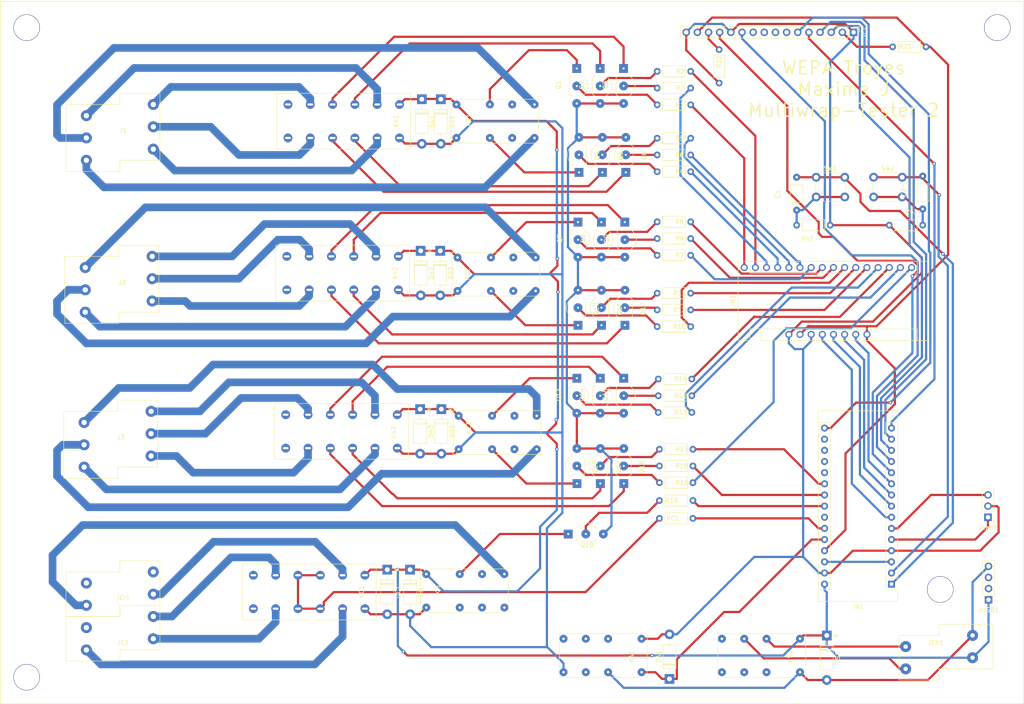
<source format=kicad_pcb>
(kicad_pcb (version 20171130) (host pcbnew "(5.1.6)-1")
  (layers (0 F.Cu signal) (31 B.Cu signal) (34 B.Paste user) (35 F.Paste user) (36 B.SilkS user) (37 F.SilkS user) (38 B.Mask user) (39 F.Mask user) (44 Edge.Cuts user))
  (net 0 "")
  (net 1 "Net-(C1-Pad1)")
  (net 2 "Net-(C1-Pad2)")
  (net 3 "Net-(C2-Pad2)")
  (net 4 "Net-(C2-Pad1)")
  (net 5 "Net-(DA1-Pad1)")
  (net 6 "Net-(DC1-Pad1)")
  (net 7 "Net-(J1-Pad1)")
  (net 8 "Net-(J1-Pad2)")
  (net 9 "Net-(J1-Pad3)")
  (net 10 "Net-(J2-Pad3)")
  (net 11 "Net-(J2-Pad2)")
  (net 12 "Net-(J2-Pad1)")
  (net 13 "Net-(J3-Pad1)")
  (net 14 "Net-(J3-Pad2)")
  (net 15 "Net-(J3-Pad3)")
  (net 16 "Net-(JA1-Pad3V3)")
  (net 17 "Net-(JA1-PadREF)")
  (net 18 "Net-(JA1-PadRST)")
  (net 19 "Net-(JA1-PadA7)")
  (net 20 "Net-(JA1-PadA6)")
  (net 21 "Net-(JA1-PadA5)")
  (net 22 "Net-(JA1-PadA4)")
  (net 23 "Net-(JA1-PadD4)")
  (net 24 "Net-(JA1-PadA3)")
  (net 25 "Net-(JA1-PadD5)")
  (net 26 "Net-(JA1-PadD6)")
  (net 27 "Net-(JA1-PadA1)")
  (net 28 "Net-(JA1-PadD7)")
  (net 29 "Net-(JA1-PadD8)")
  (net 30 "Net-(JA1-Pad5V)")
  (net 31 "Net-(JA1-PadD9)")
  (net 32 "Net-(JA1-PadD10)")
  (net 33 "Net-(JA1-PadD11)")
  (net 34 "Net-(JA1-PadD12)")
  (net 35 "Net-(JA1-PadD13)")
  (net 36 "Net-(JC1-Pad2)")
  (net 37 "Net-(JC1-Pad1)")
  (net 38 "Net-(JCI1-Pad1)")
  (net 39 "Net-(JCI1-Pad2)")
  (net 40 "Net-(JE1-PadA)")
  (net 41 "Net-(JE1-PadD3)")
  (net 42 "Net-(JE1-PadD2)")
  (net 43 "Net-(JE1-PadD1)")
  (net 44 "Net-(JE1-PadD0)")
  (net 45 "Net-(JE1-PadV0)")
  (net 46 "Net-(JM1-PadC14)")
  (net 47 "Net-(JM1-PadC13)")
  (net 48 "Net-(JM1-PadC12)")
  (net 49 "Net-(JM1-PadC11)")
  (net 50 "Net-(JM1-PadC10)")
  (net 51 "Net-(JM1-PadC9)")
  (net 52 "Net-(JM1-PadC8)")
  (net 53 "Net-(JM1-PadC7)")
  (net 54 "Net-(JM1-PadC6)")
  (net 55 "Net-(JM1-PadC5)")
  (net 56 "Net-(JM1-PadC4)")
  (net 57 "Net-(JM1-PadC3)")
  (net 58 "Net-(JM1-PadC2)")
  (net 59 "Net-(JM1-PadC1)")
  (net 60 "Net-(JM1-PadC15)")
  (net 61 "Net-(JM1-PadC0)")
  (net 62 "Net-(K21-Pad11)")
  (net 63 "Net-(K21-Pad6)")
  (net 64 "Net-(K21-Pad13)")
  (net 65 "Net-(K21-Pad4)")
  (net 66 "Net-(K22-Pad4)")
  (net 67 "Net-(K22-Pad13)")
  (net 68 "Net-(K22-Pad6)")
  (net 69 "Net-(K22-Pad11)")
  (net 70 "Net-(K23-Pad11)")
  (net 71 "Net-(K23-Pad6)")
  (net 72 "Net-(K23-Pad13)")
  (net 73 "Net-(K23-Pad4)")
  (net 74 "Net-(J1-Pad4)")
  (net 75 "Net-(K41-Pad10)")
  (net 76 "Net-(K41-Pad9)")
  (net 77 "Net-(J1-Pad5)")
  (net 78 "Net-(K41-Pad4)")
  (net 79 "Net-(K41-Pad3)")
  (net 80 "Net-(J1-Pad6)")
  (net 81 "Net-(J2-Pad6)")
  (net 82 "Net-(K42-Pad3)")
  (net 83 "Net-(K42-Pad4)")
  (net 84 "Net-(J2-Pad5)")
  (net 85 "Net-(K42-Pad9)")
  (net 86 "Net-(K42-Pad10)")
  (net 87 "Net-(J2-Pad4)")
  (net 88 "Net-(J3-Pad4)")
  (net 89 "Net-(K43-Pad10)")
  (net 90 "Net-(K43-Pad9)")
  (net 91 "Net-(J3-Pad5)")
  (net 92 "Net-(K43-Pad4)")
  (net 93 "Net-(K43-Pad3)")
  (net 94 "Net-(J3-Pad6)")
  (net 95 "Net-(KA1-Pad8)")
  (net 96 "Net-(KA1-Pad11)")
  (net 97 "Net-(KA1-Pad6)")
  (net 98 "Net-(KA1-Pad4)")
  (net 99 "Net-(Ki1-Pad4)")
  (net 100 "Net-(Ki1-Pad13)")
  (net 101 "Net-(Ki1-Pad6)")
  (net 102 "Net-(Ki1-Pad11)")
  (net 103 "Net-(JCI1-Pad4)")
  (net 104 "Net-(JCI1-Pad3)")
  (net 105 "Net-(JEX1-Pad4)")
  (net 106 "Net-(KS1-Pad13)")
  (net 107 "Net-(JEX1-Pad3)")
  (net 108 "Net-(KS1-Pad11)")
  (net 109 "Net-(KS1-Pad9)")
  (net 110 "Net-(KS1-Pad8)")
  (net 111 "Net-(Q1-Pad2)")
  (net 112 "Net-(Q1-Pad1)")
  (net 113 "Net-(Q2-Pad1)")
  (net 114 "Net-(Q3-Pad1)")
  (net 115 "Net-(Q4-Pad1)")
  (net 116 "Net-(Q5-Pad1)")
  (net 117 "Net-(Q6-Pad1)")
  (net 118 "Net-(Q7-Pad1)")
  (net 119 "Net-(Q8-Pad1)")
  (net 120 "Net-(Q9-Pad1)")
  (net 121 "Net-(Q10-Pad1)")
  (net 122 "Net-(Q11-Pad1)")
  (net 123 "Net-(Q12-Pad1)")
  (net 124 "Net-(Q13-Pad1)")
  (net 125 "Net-(Q14-Pad1)")
  (net 126 "Net-(Q15-Pad1)")
  (net 127 "Net-(Q16-Pad1)")
  (net 128 "Net-(Q17-Pad1)")
  (net 129 "Net-(Q18-Pad1)")
  (net 130 "Net-(Q19-Pad1)")
  (net 131 "Net-(JC1-Pad4)")
  (net 132 "Net-(JC1-Pad3)")
  (net 133 "Net-(Ki1-Pad8)")
  (net 134 "Net-(KC1-Pad10)")
  (net 135 "Net-(JUSB1-Pad2)")
  (net 136 "Net-(JUSB1-Pad3)")
  (net 137 "Net-(JA1-PadA2)")
  (module test:MKKDS-1,5-3-5,08 (layer F.Cu) (at 27.94 33.974 270)
    (fp_text reference J1 (at 8.47 -13.02 180) (layer F.SilkS))
    (fp_text value MKKDS-3)
    (pad 6 thru_hole circle (at 12.71 -19.89 270) (size 2.5 2.5) (drill 1.2) (layers *.Cu *.Mask) (net 80 "Net-(J1-Pad6)") (clearance 2))
    (pad 3 thru_hole circle (at 15.25 -4.65 270) (size 2.5 2.5) (drill 1.2) (layers *.Cu *.Mask) (net 9 "Net-(J1-Pad3)") (clearance 2))
    (pad 5 thru_hole circle (at 7.62 -19.89) (size 2.5 2.5) (drill 1.2) (layers *.Cu *.Mask) (net 77 "Net-(J1-Pad5)") (clearance 2))
    (pad 4 thru_hole circle (at 2.54 -19.89 270) (size 2.5 2.5) (drill 1.2) (layers *.Cu *.Mask) (net 74 "Net-(J1-Pad4)") (clearance 2))
    (pad 2 thru_hole circle (at 10.16 -4.65 270) (size 2.5 2.5) (drill 1.2) (layers *.Cu *.Mask) (net 8 "Net-(J1-Pad2)") (clearance 2))
    (pad 1 thru_hole circle (at 5.08 -4.65 270) (size 2.5 2.5) (drill 1.2) (layers *.Cu *.Mask) (net 7 "Net-(J1-Pad1)") (clearance 2))
  )
  (module test:MKKDS-1,5-3-5,08 (layer F.Cu) (at 27.686 68.58 270)
    (fp_text reference J2 (at 8.47 -13.02 180) (layer F.SilkS))
    (fp_text value MKKDS-3)
    (pad 6 thru_hole circle (at 12.71 -19.89 270) (size 2.5 2.5) (drill 1.2) (layers *.Cu *.Mask) (net 81 "Net-(J2-Pad6)") (clearance 2))
    (pad 3 thru_hole circle (at 15.25 -4.65 270) (size 2.5 2.5) (drill 1.2) (layers *.Cu *.Mask) (net 10 "Net-(J2-Pad3)") (clearance 2))
    (pad 5 thru_hole circle (at 7.62 -19.89) (size 2.5 2.5) (drill 1.2) (layers *.Cu *.Mask) (net 84 "Net-(J2-Pad5)") (clearance 2))
    (pad 4 thru_hole circle (at 2.54 -19.89 270) (size 2.5 2.5) (drill 1.2) (layers *.Cu *.Mask) (net 87 "Net-(J2-Pad4)") (clearance 2))
    (pad 2 thru_hole circle (at 10.16 -4.65 270) (size 2.5 2.5) (drill 1.2) (layers *.Cu *.Mask) (net 11 "Net-(J2-Pad2)") (clearance 2))
    (pad 1 thru_hole circle (at 5.08 -4.65 270) (size 2.5 2.5) (drill 1.2) (layers *.Cu *.Mask) (net 12 "Net-(J2-Pad1)") (clearance 2))
  )
  (module test:MKKDS-1,5-3-5,08 (layer F.Cu) (at 27.432 103.886 270)
    (fp_text reference J3 (at 8.47 -13.02 180) (layer F.SilkS))
    (fp_text value MKKDS-3)
    (pad 6 thru_hole circle (at 12.71 -19.89 270) (size 2.5 2.5) (drill 1.2) (layers *.Cu *.Mask) (net 94 "Net-(J3-Pad6)") (clearance 2))
    (pad 3 thru_hole circle (at 15.25 -4.65 270) (size 2.5 2.5) (drill 1.2) (layers *.Cu *.Mask) (net 15 "Net-(J3-Pad3)") (clearance 2))
    (pad 5 thru_hole circle (at 7.62 -19.89) (size 2.5 2.5) (drill 1.2) (layers *.Cu *.Mask) (net 91 "Net-(J3-Pad5)") (clearance 2))
    (pad 4 thru_hole circle (at 2.54 -19.89 270) (size 2.5 2.5) (drill 1.2) (layers *.Cu *.Mask) (net 88 "Net-(J3-Pad4)") (clearance 2))
    (pad 2 thru_hole circle (at 10.16 -4.65 270) (size 2.5 2.5) (drill 1.2) (layers *.Cu *.Mask) (net 14 "Net-(J3-Pad2)") (clearance 2))
    (pad 1 thru_hole circle (at 5.08 -4.65 270) (size 2.5 2.5) (drill 1.2) (layers *.Cu *.Mask) (net 13 "Net-(J3-Pad1)") (clearance 2))
  )
  (module test:MKKDS-1,5-2-5,08 (layer F.Cu) (at 27.94 150.622 270)
    (fp_text reference JC1 (at 8.47 -13.02 180) (layer F.SilkS))
    (fp_text value MKKDS-2)
    (pad 4 thru_hole circle (at 7.62 -19.89 270) (size 2.5 2.5) (drill 1.2) (layers *.Cu *.Mask) (net 131 "Net-(JC1-Pad4)") (clearance 2))
    (pad 3 thru_hole circle (at 2.54 -19.89 270) (size 2.5 2.5) (drill 1.2) (layers *.Cu *.Mask) (net 132 "Net-(JC1-Pad3)") (clearance 2))
    (pad 2 thru_hole circle (at 10.16 -4.65 270) (size 2.5 2.5) (drill 1.2) (layers *.Cu *.Mask) (net 36 "Net-(JC1-Pad2)") (clearance 2))
    (pad 1 thru_hole circle (at 5.08 -4.65 270) (size 2.5 2.5) (drill 1.2) (layers *.Cu *.Mask) (net 37 "Net-(JC1-Pad1)") (clearance 2))
  )
  (module test:MKKDS-1,5-2-5,08 (layer F.Cu) (at 27.94 140.462 270)
    (fp_text reference JCI1 (at 8.47 -13.02 180) (layer F.SilkS))
    (fp_text value MKKDS-2)
    (pad 4 thru_hole circle (at 7.62 -19.89 270) (size 2.5 2.5) (drill 1.2) (layers *.Cu *.Mask) (net 103 "Net-(JCI1-Pad4)") (clearance 2))
    (pad 3 thru_hole circle (at 2.54 -19.89 270) (size 2.5 2.5) (drill 1.2) (layers *.Cu *.Mask) (net 104 "Net-(JCI1-Pad3)") (clearance 2))
    (pad 2 thru_hole circle (at 10.16 -4.65 270) (size 2.5 2.5) (drill 1.2) (layers *.Cu *.Mask) (net 39 "Net-(JCI1-Pad2)") (clearance 2))
    (pad 1 thru_hole circle (at 5.08 -4.65 270) (size 2.5 2.5) (drill 1.2) (layers *.Cu *.Mask) (net 38 "Net-(JCI1-Pad1)") (clearance 2))
  )
  (module test:S45 (layer F.Cu) (at 106.426 41.594 270)
    (fp_text reference K41 (at -1.27 3.302 90) (layer F.SilkS))
    (fp_text value S45)
    (pad 1 thru_hole circle (at -5.08 2.54 270) (size 2 2) (drill oval 0.5 1.3) (layers *.Cu *.Mask))
    (pad 2 thru_hole circle (at -5.08 7.62 270) (size 2 2) (drill oval 0.5 1.3) (layers *.Cu *.Mask) (net 80 "Net-(J1-Pad6)") (clearance 2))
    (pad 3 thru_hole circle (at -5.08 12.7 270) (size 2 2) (drill oval 0.5 1.3) (layers *.Cu *.Mask) (net 79 "Net-(K41-Pad3)") (clearance 2))
    (pad 4 thru_hole circle (at -5.08 17.78 270) (size 2 2) (drill oval 0.5 1.3) (layers *.Cu *.Mask) (net 78 "Net-(K41-Pad4)") (clearance 2))
    (pad 5 thru_hole circle (at -5.08 22.86 270) (size 2 2) (drill oval 0.5 1.3) (layers *.Cu *.Mask) (net 77 "Net-(J1-Pad5)") (clearance 2))
    (pad 6 thru_hole circle (at -5.08 27.94 270) (size 2 2) (drill oval 0.5 1.3) (layers *.Cu *.Mask))
    (pad 7 thru_hole circle (at 2.54 27.94 270) (size 2 2) (drill oval 0.5 1.3) (layers *.Cu *.Mask))
    (pad 8 thru_hole circle (at 2.54 22.86 270) (size 2 2) (drill oval 0.5 1.3) (layers *.Cu *.Mask) (net 74 "Net-(J1-Pad4)") (clearance 2))
    (pad 9 thru_hole circle (at 2.54 17.78 270) (size 2 2) (drill oval 0.5 1.3) (layers *.Cu *.Mask) (net 76 "Net-(K41-Pad9)") (clearance 2))
    (pad 10 thru_hole circle (at 2.54 12.7 270) (size 2 2) (drill oval 0.5 1.3) (layers *.Cu *.Mask) (net 75 "Net-(K41-Pad10)") (clearance 2))
    (pad 11 thru_hole circle (at 2.54 7.62 270) (size 2 2) (drill oval 0.5 1.3) (layers *.Cu *.Mask) (net 7 "Net-(J1-Pad1)") (clearance 2))
    (pad 12 thru_hole circle (at 2.54 2.54 270) (size 2 2) (drill oval 0.5 1.3) (layers *.Cu *.Mask))
  )
  (module test:S45 (layer F.Cu) (at 106.172 76.2 270)
    (fp_text reference K42 (at -1.27 3.302 90) (layer F.SilkS))
    (fp_text value S45)
    (pad 1 thru_hole circle (at -5.08 2.54 270) (size 2 2) (drill oval 0.5 1.3) (layers *.Cu *.Mask))
    (pad 2 thru_hole circle (at -5.08 7.62 270) (size 2 2) (drill oval 0.5 1.3) (layers *.Cu *.Mask) (net 10 "Net-(J2-Pad3)") (clearance 2))
    (pad 3 thru_hole circle (at -5.08 12.7 270) (size 2 2) (drill oval 0.5 1.3) (layers *.Cu *.Mask) (net 82 "Net-(K42-Pad3)") (clearance 2))
    (pad 4 thru_hole circle (at -5.08 17.78 270) (size 2 2) (drill oval 0.5 1.3) (layers *.Cu *.Mask) (net 83 "Net-(K42-Pad4)") (clearance 2))
    (pad 5 thru_hole circle (at -5.08 22.86 270) (size 2 2) (drill oval 0.5 1.3) (layers *.Cu *.Mask) (net 81 "Net-(J2-Pad6)") (clearance 2))
    (pad 6 thru_hole circle (at -5.08 27.94 270) (size 2 2) (drill oval 0.5 1.3) (layers *.Cu *.Mask))
    (pad 7 thru_hole circle (at 2.54 27.94 270) (size 2 2) (drill oval 0.5 1.3) (layers *.Cu *.Mask))
    (pad 8 thru_hole circle (at 2.54 22.86 270) (size 2 2) (drill oval 0.5 1.3) (layers *.Cu *.Mask) (net 84 "Net-(J2-Pad5)") (clearance 2))
    (pad 9 thru_hole circle (at 2.54 17.78 270) (size 2 2) (drill oval 0.5 1.3) (layers *.Cu *.Mask) (net 85 "Net-(K42-Pad9)") (clearance 2))
    (pad 10 thru_hole circle (at 2.54 12.7 270) (size 2 2) (drill oval 0.5 1.3) (layers *.Cu *.Mask) (net 86 "Net-(K42-Pad10)") (clearance 2))
    (pad 11 thru_hole circle (at 2.54 7.62 270) (size 2 2) (drill oval 0.5 1.3) (layers *.Cu *.Mask) (net 87 "Net-(J2-Pad4)") (clearance 2))
    (pad 12 thru_hole circle (at 2.54 2.54 270) (size 2 2) (drill oval 0.5 1.3) (layers *.Cu *.Mask))
  )
  (module test:S45 (layer F.Cu) (at 105.918 112.268 270)
    (fp_text reference K43 (at -1.016 3.302 90) (layer F.SilkS))
    (fp_text value S45)
    (pad 1 thru_hole circle (at -5.08 2.54 270) (size 2 2) (drill oval 0.5 1.3) (layers *.Cu *.Mask))
    (pad 2 thru_hole circle (at -5.08 7.62 270) (size 2 2) (drill oval 0.5 1.3) (layers *.Cu *.Mask) (net 15 "Net-(J3-Pad3)") (clearance 2))
    (pad 3 thru_hole circle (at -5.08 12.7 270) (size 2 2) (drill oval 0.5 1.3) (layers *.Cu *.Mask) (net 93 "Net-(K43-Pad3)") (clearance 2))
    (pad 4 thru_hole circle (at -5.08 17.78 270) (size 2 2) (drill oval 0.5 1.3) (layers *.Cu *.Mask) (net 92 "Net-(K43-Pad4)") (clearance 2))
    (pad 5 thru_hole circle (at -5.08 22.86 270) (size 2 2) (drill oval 0.5 1.3) (layers *.Cu *.Mask) (net 94 "Net-(J3-Pad6)") (clearance 2))
    (pad 6 thru_hole circle (at -5.08 27.94 270) (size 2 2) (drill oval 0.5 1.3) (layers *.Cu *.Mask))
    (pad 7 thru_hole circle (at 2.54 27.94 270) (size 2 2) (drill oval 0.5 1.3) (layers *.Cu *.Mask))
    (pad 8 thru_hole circle (at 2.54 22.86 270) (size 2 2) (drill oval 0.5 1.3) (layers *.Cu *.Mask) (net 91 "Net-(J3-Pad5)") (clearance 2))
    (pad 9 thru_hole circle (at 2.54 17.78 270) (size 2 2) (drill oval 0.5 1.3) (layers *.Cu *.Mask) (net 90 "Net-(K43-Pad9)") (clearance 2))
    (pad 10 thru_hole circle (at 2.54 12.7 270) (size 2 2) (drill oval 0.5 1.3) (layers *.Cu *.Mask) (net 89 "Net-(K43-Pad10)") (clearance 2))
    (pad 11 thru_hole circle (at 2.54 7.62 270) (size 2 2) (drill oval 0.5 1.3) (layers *.Cu *.Mask) (net 88 "Net-(J3-Pad4)") (clearance 2))
    (pad 12 thru_hole circle (at 2.54 2.54 270) (size 2 2) (drill oval 0.5 1.3) (layers *.Cu *.Mask))
  )
  (module test:S45 (layer F.Cu) (at 98.552 148.844 270)
    (fp_text reference KC1 (at -1.27 3.302 90) (layer F.SilkS))
    (fp_text value S45)
    (pad 1 thru_hole circle (at -5.08 2.54 270) (size 2 2) (drill oval 0.5 1.3) (layers *.Cu *.Mask))
    (pad 2 thru_hole circle (at -5.08 7.62 270) (size 2 2) (drill oval 0.5 1.3) (layers *.Cu *.Mask) (net 36 "Net-(JC1-Pad2)") (clearance 2))
    (pad 3 thru_hole circle (at -5.08 12.7 270) (size 2 2) (drill oval 0.5 1.3) (layers *.Cu *.Mask) (net 134 "Net-(KC1-Pad10)") (clearance 2))
    (pad 4 thru_hole circle (at -5.08 17.78 270) (size 2 2) (drill oval 0.5 1.3) (layers *.Cu *.Mask) (net 134 "Net-(KC1-Pad10)") (clearance 2))
    (pad 5 thru_hole circle (at -5.08 22.86 270) (size 2 2) (drill oval 0.5 1.3) (layers *.Cu *.Mask) (net 131 "Net-(JC1-Pad4)") (clearance 2))
    (pad 6 thru_hole circle (at -5.08 27.94 270) (size 2 2) (drill oval 0.5 1.3) (layers *.Cu *.Mask))
    (pad 7 thru_hole circle (at 2.54 27.94 270) (size 2 2) (drill oval 0.5 1.3) (layers *.Cu *.Mask))
    (pad 8 thru_hole circle (at 2.54 22.86 270) (size 2 2) (drill oval 0.5 1.3) (layers *.Cu *.Mask) (net 132 "Net-(JC1-Pad3)") (clearance 2))
    (pad 9 thru_hole circle (at 2.54 17.78 270) (size 2 2) (drill oval 0.5 1.3) (layers *.Cu *.Mask) (net 134 "Net-(KC1-Pad10)") (clearance 2))
    (pad 10 thru_hole circle (at 2.54 12.7 270) (size 2 2) (drill oval 0.5 1.3) (layers *.Cu *.Mask) (net 134 "Net-(KC1-Pad10)") (clearance 2))
    (pad 11 thru_hole circle (at 2.54 7.62 270) (size 2 2) (drill oval 0.5 1.3) (layers *.Cu *.Mask) (net 103 "Net-(JCI1-Pad4)") (clearance 2))
    (pad 12 thru_hole circle (at 2.54 2.54 270) (size 2 2) (drill oval 0.5 1.3) (layers *.Cu *.Mask))
  )
  (module Diode_THT:D_DO-41_SOD81_P10.16mm_Horizontal (layer F.Cu) (at 106.299 142.494 270)
    (fp_text reference DI1 (at 5.08 -2.47 90) (layer F.SilkS))
    (fp_text value 1N4007)
    (pad 2 thru_hole oval (at 10.16 0 270) (size 2.2 2.2) (drill 1.1) (layers *.Cu *.Mask))
    (pad 1 thru_hole rect (at 0 0 270) (size 2.2 2.2) (drill 1.1) (layers *.Cu *.Mask))
  )
  (module Connector_PinHeader_2.54mm:PinHeader_1x04_P2.54mm_Vertical (layer F.Cu) (at 237.998 149.352 180)
    (fp_text reference JUSB1 (at 0 -2.33) (layer F.SilkS))
    (fp_text value USB_A)
    (pad 4 thru_hole oval (at 0 7.62 180) (size 1.7 1.7) (drill 1) (layers *.Cu *.Mask))
    (pad 3 thru_hole oval (at 0 5.08 180) (size 1.7 1.7) (drill 1) (layers *.Cu *.Mask) (net 136 "Net-(JUSB1-Pad3)"))
    (pad 2 thru_hole oval (at 0 2.54 180) (size 1.7 1.7) (drill 1) (layers *.Cu *.Mask) (net 135 "Net-(JUSB1-Pad2)"))
    (pad 1 thru_hole rect (at 0 0 180) (size 1.7 1.7) (drill 1) (layers *.Cu *.Mask) (net 6 "Net-(DC1-Pad1)"))
  )
  (module test:2N2222A (layer F.Cu) (at 144.272 118.872 90)
    (fp_text reference Q16 (at -0.237617 4.152264 270) (layer F.SilkS))
    (fp_text value Q_NPN_BCE hide)
    (pad 1 thru_hole circle (at 0 0 180) (size 2 2) (drill 0.5) (layers *.Cu *.Mask) (net 127 "Net-(Q16-Pad1)"))
    (pad 2 thru_hole circle (at 3.98 0.01 180) (size 2 2) (drill 0.55) (layers *.Cu *.Mask) (net 111 "Net-(Q1-Pad2)"))
    (pad 3 thru_hole rect (at -4 0.01 180) (size 2 2) (drill 0.5) (layers *.Cu *.Mask) (net 73 "Net-(K23-Pad4)"))
  )
  (module test:2N2222A (layer F.Cu) (at 146.304 134.366)
    (fp_text reference Q19 (at 0.254 2.54 180) (layer F.SilkS))
    (fp_text value Q_NPN_BCE hide)
    (pad 1 thru_hole circle (at 0 0 90) (size 2 2) (drill 0.5) (layers *.Cu *.Mask) (net 130 "Net-(Q19-Pad1)"))
    (pad 2 thru_hole circle (at 3.98 0.01 90) (size 2 2) (drill 0.55) (layers *.Cu *.Mask) (net 111 "Net-(Q1-Pad2)"))
    (pad 3 thru_hole rect (at -4 0.01 90) (size 2 2) (drill 0.5) (layers *.Cu *.Mask) (net 100 "Net-(Ki1-Pad13)"))
  )
  (module test:2N2222A (layer F.Cu) (at 154.94 118.872 90)
    (fp_text reference Q18 (at -0.237617 4.152264 90) (layer F.SilkS))
    (fp_text value Q_NPN_BCE hide)
    (pad 1 thru_hole circle (at 0 0 180) (size 2 2) (drill 0.5) (layers *.Cu *.Mask) (net 129 "Net-(Q18-Pad1)"))
    (pad 2 thru_hole circle (at 3.98 0.01 180) (size 2 2) (drill 0.55) (layers *.Cu *.Mask) (net 111 "Net-(Q1-Pad2)"))
    (pad 3 thru_hole rect (at -4 0.01 180) (size 2 2) (drill 0.5) (layers *.Cu *.Mask) (net 92 "Net-(K43-Pad4)"))
  )
  (module test:2N2222A (layer F.Cu) (at 149.606 118.872 90)
    (fp_text reference Q17 (at -0.237617 4.152264 90) (layer F.SilkS))
    (fp_text value Q_NPN_BCE hide)
    (pad 1 thru_hole circle (at 0 0 180) (size 2 2) (drill 0.5) (layers *.Cu *.Mask) (net 128 "Net-(Q17-Pad1)"))
    (pad 2 thru_hole circle (at 3.98 0.01 180) (size 2 2) (drill 0.55) (layers *.Cu *.Mask) (net 111 "Net-(Q1-Pad2)"))
    (pad 3 thru_hole rect (at -4 0.01 180) (size 2 2) (drill 0.5) (layers *.Cu *.Mask) (net 93 "Net-(K43-Pad3)"))
  )
  (module test:2N2222A (layer F.Cu) (at 154.94 102.87 270)
    (fp_text reference Q15 (at -0.237617 4.152264 90) (layer F.SilkS))
    (fp_text value Q_NPN_BCE hide)
    (pad 1 thru_hole circle (at 0 0) (size 2 2) (drill 0.5) (layers *.Cu *.Mask) (net 126 "Net-(Q15-Pad1)"))
    (pad 2 thru_hole circle (at 3.98 0.01) (size 2 2) (drill 0.55) (layers *.Cu *.Mask) (net 111 "Net-(Q1-Pad2)"))
    (pad 3 thru_hole rect (at -4 0.01) (size 2 2) (drill 0.5) (layers *.Cu *.Mask) (net 90 "Net-(K43-Pad9)"))
  )
  (module test:2N2222A (layer F.Cu) (at 149.606 102.87 270)
    (fp_text reference Q14 (at -0.237617 4.152264 90) (layer F.SilkS))
    (fp_text value Q_NPN_BCE hide)
    (pad 1 thru_hole circle (at 0 0) (size 2 2) (drill 0.5) (layers *.Cu *.Mask) (net 125 "Net-(Q14-Pad1)"))
    (pad 2 thru_hole circle (at 3.98 0.01) (size 2 2) (drill 0.55) (layers *.Cu *.Mask) (net 111 "Net-(Q1-Pad2)"))
    (pad 3 thru_hole rect (at -4 0.01) (size 2 2) (drill 0.5) (layers *.Cu *.Mask) (net 89 "Net-(K43-Pad10)"))
  )
  (module test:2N2222A (layer F.Cu) (at 144.272 102.87 270)
    (fp_text reference Q13 (at -0.237617 4.152264 90) (layer F.SilkS))
    (fp_text value Q_NPN_BCE hide)
    (pad 1 thru_hole circle (at 0 0) (size 2 2) (drill 0.5) (layers *.Cu *.Mask) (net 124 "Net-(Q13-Pad1)"))
    (pad 2 thru_hole circle (at 3.98 0.01) (size 2 2) (drill 0.55) (layers *.Cu *.Mask) (net 111 "Net-(Q1-Pad2)"))
    (pad 3 thru_hole rect (at -4 0.01) (size 2 2) (drill 0.5) (layers *.Cu *.Mask) (net 72 "Net-(K23-Pad13)"))
  )
  (module test:2N2222A (layer F.Cu) (at 149.86 82.804 90)
    (fp_text reference Q11 (at -0.237617 4.152264 90) (layer F.SilkS))
    (fp_text value Q_NPN_BCE hide)
    (pad 1 thru_hole circle (at 0 0 180) (size 2 2) (drill 0.5) (layers *.Cu *.Mask) (net 122 "Net-(Q11-Pad1)"))
    (pad 2 thru_hole circle (at 3.98 0.01 180) (size 2 2) (drill 0.55) (layers *.Cu *.Mask) (net 111 "Net-(Q1-Pad2)"))
    (pad 3 thru_hole rect (at -4 0.01 180) (size 2 2) (drill 0.5) (layers *.Cu *.Mask) (net 82 "Net-(K42-Pad3)"))
  )
  (module test:2N2222A (layer F.Cu) (at 155.194 82.804 90)
    (fp_text reference Q12 (at -0.237617 4.152264 90) (layer F.SilkS))
    (fp_text value Q_NPN_BCE hide)
    (pad 1 thru_hole circle (at 0 0 180) (size 2 2) (drill 0.5) (layers *.Cu *.Mask) (net 123 "Net-(Q12-Pad1)"))
    (pad 2 thru_hole circle (at 3.98 0.01 180) (size 2 2) (drill 0.55) (layers *.Cu *.Mask) (net 111 "Net-(Q1-Pad2)"))
    (pad 3 thru_hole rect (at -4 0.01 180) (size 2 2) (drill 0.5) (layers *.Cu *.Mask) (net 83 "Net-(K42-Pad4)"))
  )
  (module test:2N2222A (layer F.Cu) (at 155.194 67.31 270)
    (fp_text reference Q9 (at -0.237617 4.152264 90) (layer F.SilkS))
    (fp_text value Q_NPN_BCE hide)
    (pad 1 thru_hole circle (at 0 0) (size 2 2) (drill 0.5) (layers *.Cu *.Mask) (net 120 "Net-(Q9-Pad1)"))
    (pad 2 thru_hole circle (at 3.98 0.01) (size 2 2) (drill 0.55) (layers *.Cu *.Mask) (net 111 "Net-(Q1-Pad2)"))
    (pad 3 thru_hole rect (at -4 0.01) (size 2 2) (drill 0.5) (layers *.Cu *.Mask) (net 85 "Net-(K42-Pad9)"))
  )
  (module test:2N2222A (layer F.Cu) (at 149.86 67.31 270)
    (fp_text reference Q8 (at -0.237617 4.152264 90) (layer F.SilkS))
    (fp_text value Q_NPN_BCE hide)
    (pad 1 thru_hole circle (at 0 0) (size 2 2) (drill 0.5) (layers *.Cu *.Mask) (net 119 "Net-(Q8-Pad1)"))
    (pad 2 thru_hole circle (at 3.98 0.01) (size 2 2) (drill 0.55) (layers *.Cu *.Mask) (net 111 "Net-(Q1-Pad2)"))
    (pad 3 thru_hole rect (at -4 0.01) (size 2 2) (drill 0.5) (layers *.Cu *.Mask) (net 86 "Net-(K42-Pad10)"))
  )
  (module test:2N2222A (layer F.Cu) (at 144.526 67.31 270)
    (fp_text reference Q7 (at -0.237617 4.152264 90) (layer F.SilkS))
    (fp_text value Q_NPN_BCE hide)
    (pad 1 thru_hole circle (at 0 0) (size 2 2) (drill 0.5) (layers *.Cu *.Mask) (net 118 "Net-(Q7-Pad1)"))
    (pad 2 thru_hole circle (at 3.98 0.01) (size 2 2) (drill 0.55) (layers *.Cu *.Mask) (net 111 "Net-(Q1-Pad2)"))
    (pad 3 thru_hole rect (at -4 0.01) (size 2 2) (drill 0.5) (layers *.Cu *.Mask) (net 67 "Net-(K22-Pad13)"))
  )
  (module test:2N2222A (layer F.Cu) (at 144.526 82.804 90)
    (fp_text reference Q10 (at -0.237617 4.152264 90) (layer F.SilkS))
    (fp_text value Q_NPN_BCE hide)
    (pad 1 thru_hole circle (at 0 0 180) (size 2 2) (drill 0.5) (layers *.Cu *.Mask) (net 121 "Net-(Q10-Pad1)"))
    (pad 2 thru_hole circle (at 3.98 0.01 180) (size 2 2) (drill 0.55) (layers *.Cu *.Mask) (net 111 "Net-(Q1-Pad2)"))
    (pad 3 thru_hole rect (at -4 0.01 180) (size 2 2) (drill 0.5) (layers *.Cu *.Mask) (net 66 "Net-(K22-Pad4)"))
  )
  (module test:2N2222A (layer F.Cu) (at 150.063 47.9788 90)
    (fp_text reference Q5 (at -0.237617 4.152264 90) (layer F.SilkS))
    (fp_text value Q_NPN_BCE hide)
    (pad 1 thru_hole circle (at 0 0 180) (size 2 2) (drill 0.5) (layers *.Cu *.Mask) (net 116 "Net-(Q5-Pad1)"))
    (pad 2 thru_hole circle (at 3.98 0.01 180) (size 2 2) (drill 0.55) (layers *.Cu *.Mask) (net 111 "Net-(Q1-Pad2)"))
    (pad 3 thru_hole rect (at -4 0.01 180) (size 2 2) (drill 0.5) (layers *.Cu *.Mask) (net 79 "Net-(K41-Pad3)"))
  )
  (module test:2N2222A (layer F.Cu) (at 155.397 47.9788 90)
    (fp_text reference Q6 (at -0.237617 4.152264 90) (layer F.SilkS))
    (fp_text value Q_NPN_BCE hide)
    (pad 1 thru_hole circle (at 0 0 180) (size 2 2) (drill 0.5) (layers *.Cu *.Mask) (net 117 "Net-(Q6-Pad1)"))
    (pad 2 thru_hole circle (at 3.98 0.01 180) (size 2 2) (drill 0.55) (layers *.Cu *.Mask) (net 111 "Net-(Q1-Pad2)"))
    (pad 3 thru_hole rect (at -4 0.01 180) (size 2 2) (drill 0.5) (layers *.Cu *.Mask) (net 78 "Net-(K41-Pad4)"))
  )
  (module test:2N2222A (layer F.Cu) (at 154.915 32.3042 270)
    (fp_text reference Q3 (at -0.237617 4.152264 90) (layer F.SilkS))
    (fp_text value Q_NPN_BCE hide)
    (pad 1 thru_hole circle (at 0 0) (size 2 2) (drill 0.5) (layers *.Cu *.Mask) (net 114 "Net-(Q3-Pad1)"))
    (pad 2 thru_hole circle (at 3.98 0.01) (size 2 2) (drill 0.55) (layers *.Cu *.Mask) (net 111 "Net-(Q1-Pad2)"))
    (pad 3 thru_hole rect (at -4 0.01) (size 2 2) (drill 0.5) (layers *.Cu *.Mask) (net 76 "Net-(K41-Pad9)"))
  )
  (module test:2N2222A (layer F.Cu) (at 149.581 32.3042 270)
    (fp_text reference Q2 (at -0.237617 4.152264 90) (layer F.SilkS))
    (fp_text value Q_NPN_BCE hide)
    (pad 1 thru_hole circle (at 0 0) (size 2 2) (drill 0.5) (layers *.Cu *.Mask) (net 113 "Net-(Q2-Pad1)"))
    (pad 2 thru_hole circle (at 3.98 0.01) (size 2 2) (drill 0.55) (layers *.Cu *.Mask) (net 111 "Net-(Q1-Pad2)"))
    (pad 3 thru_hole rect (at -4 0.01) (size 2 2) (drill 0.5) (layers *.Cu *.Mask) (net 75 "Net-(K41-Pad10)"))
  )
  (module test:2N2222A (layer F.Cu) (at 144.247 32.3042 270)
    (fp_text reference Q1 (at -0.237617 4.152264 90) (layer F.SilkS))
    (fp_text value Q_NPN_BCE hide)
    (pad 1 thru_hole circle (at 0 0) (size 2 2) (drill 0.5) (layers *.Cu *.Mask) (net 112 "Net-(Q1-Pad1)"))
    (pad 2 thru_hole circle (at 3.98 0.01) (size 2 2) (drill 0.55) (layers *.Cu *.Mask) (net 111 "Net-(Q1-Pad2)"))
    (pad 3 thru_hole rect (at -4 0.01) (size 2 2) (drill 0.5) (layers *.Cu *.Mask) (net 64 "Net-(K21-Pad13)"))
  )
  (module test:2N2222A (layer F.Cu) (at 144.729 47.9788 90)
    (fp_text reference Q4 (at -0.237617 4.152264 90) (layer F.SilkS))
    (fp_text value Q_NPN_BCE hide)
    (pad 1 thru_hole circle (at 0 0 180) (size 2 2) (drill 0.5) (layers *.Cu *.Mask) (net 115 "Net-(Q4-Pad1)"))
    (pad 2 thru_hole circle (at 3.98 0.01 180) (size 2 2) (drill 0.55) (layers *.Cu *.Mask) (net 111 "Net-(Q1-Pad2)"))
    (pad 3 thru_hole rect (at -4 0.01 180) (size 2 2) (drill 0.5) (layers *.Cu *.Mask) (net 65 "Net-(K21-Pad4)"))
  )
  (module test:Condensateur (layer F.Cu) (at 190.5 56.896 270)
    (fp_text reference C1 (at 0 0.5 90) (layer F.SilkS))
    (fp_text value C)
    (fp_text user " " (at -0.06 -6.23 90) (layer F.SilkS))
    (pad 1 thru_hole circle (at -3.81 -3.81 270) (size 1.6 1.6) (drill 0.6) (layers *.Cu *.Mask) (net 1 "Net-(C1-Pad1)"))
    (pad 2 thru_hole oval (at 3.69 -3.81 270) (size 1.6 1.6) (drill 0.6) (layers *.Cu *.Mask) (net 2 "Net-(C1-Pad2)"))
  )
  (module test:Condensateur (layer F.Cu) (at 219.202 56.642 270)
    (fp_text reference C2 (at 0 0.5 90) (layer F.SilkS))
    (fp_text value C)
    (fp_text user " " (at -0.06 -6.23 90) (layer F.SilkS))
    (pad 1 thru_hole circle (at -3.81 -3.81 270) (size 1.6 1.6) (drill 0.6) (layers *.Cu *.Mask) (net 4 "Net-(C2-Pad1)"))
    (pad 2 thru_hole oval (at 3.69 -3.81 270) (size 1.6 1.6) (drill 0.6) (layers *.Cu *.Mask) (net 3 "Net-(C2-Pad2)"))
  )
  (module Diode_THT:D_DO-41_SOD81_P10.16mm_Horizontal (layer F.Cu) (at 113.284 35.306 270)
    (fp_text reference D21 (at 5.08 -2.47 90) (layer F.SilkS))
    (fp_text value 1N4007)
    (pad 2 thru_hole oval (at 10.16 0 270) (size 2.2 2.2) (drill 1.1) (layers *.Cu *.Mask))
    (pad 1 thru_hole rect (at 0 0 270) (size 2.2 2.2) (drill 1.1) (layers *.Cu *.Mask))
  )
  (module Diode_THT:D_DO-41_SOD81_P10.16mm_Horizontal (layer F.Cu) (at 113.157 69.85 270)
    (fp_text reference D22 (at 5.08 -2.47 90) (layer F.SilkS))
    (fp_text value 1N4007)
    (pad 2 thru_hole oval (at 10.16 0 270) (size 2.2 2.2) (drill 1.1) (layers *.Cu *.Mask))
    (pad 1 thru_hole rect (at 0 0 270) (size 2.2 2.2) (drill 1.1) (layers *.Cu *.Mask))
  )
  (module Diode_THT:D_DO-41_SOD81_P10.16mm_Horizontal (layer F.Cu) (at 113.411 105.918 270)
    (fp_text reference D23 (at 5.08 -2.47 90) (layer F.SilkS))
    (fp_text value 1N4007)
    (fp_text user K (at 0 -2.1 90) (layer F.SilkS))
    (pad 2 thru_hole oval (at 10.16 0 270) (size 2.2 2.2) (drill 1.1) (layers *.Cu *.Mask))
    (pad 1 thru_hole rect (at 0 0 270) (size 2.2 2.2) (drill 1.1) (layers *.Cu *.Mask))
  )
  (module Diode_THT:D_DO-41_SOD81_P10.16mm_Horizontal (layer F.Cu) (at 108.966 35.306 270)
    (fp_text reference D41 (at 5.08 -2.47 90) (layer F.SilkS))
    (fp_text value 1N4007)
    (pad 2 thru_hole oval (at 10.16 0 270) (size 2.2 2.2) (drill 1.1) (layers *.Cu *.Mask))
    (pad 1 thru_hole rect (at 0 0 270) (size 2.2 2.2) (drill 1.1) (layers *.Cu *.Mask))
  )
  (module Diode_THT:D_DO-41_SOD81_P10.16mm_Horizontal (layer F.Cu) (at 108.712 69.85 270)
    (fp_text reference D42 (at 5.08 -2.47 90) (layer F.SilkS))
    (fp_text value 1N4007)
    (fp_text user K (at 0 -2.1 90) (layer F.SilkS))
    (pad 2 thru_hole oval (at 10.16 0 270) (size 2.2 2.2) (drill 1.1) (layers *.Cu *.Mask))
    (pad 1 thru_hole rect (at 0 0 270) (size 2.2 2.2) (drill 1.1) (layers *.Cu *.Mask))
  )
  (module Diode_THT:D_DO-41_SOD81_P10.16mm_Horizontal (layer F.Cu) (at 108.585 105.918 270)
    (fp_text reference D43 (at 5.08 -2.47 90) (layer F.SilkS))
    (fp_text value 1N4007)
    (fp_text user K (at 0 -2.1 90) (layer F.SilkS))
    (pad 2 thru_hole oval (at 10.16 0 270) (size 2.2 2.2) (drill 1.1) (layers *.Cu *.Mask))
    (pad 1 thru_hole rect (at 0 0 270) (size 2.2 2.2) (drill 1.1) (layers *.Cu *.Mask))
  )
  (module Diode_THT:D_DO-41_SOD81_P10.16mm_Horizontal (layer F.Cu) (at 165.354 167.386 90)
    (fp_text reference DA1 (at 5.08 -2.47 90) (layer F.SilkS))
    (fp_text value 1N4007)
    (pad 2 thru_hole oval (at 10.16 0 90) (size 2.2 2.2) (drill 1.1) (layers *.Cu *.Mask))
    (pad 1 thru_hole rect (at 0 0 90) (size 2.2 2.2) (drill 1.1) (layers *.Cu *.Mask) (net 5 "Net-(DA1-Pad1)"))
  )
  (module Diode_THT:D_DO-41_SOD81_P10.16mm_Horizontal (layer F.Cu) (at 101.092 142.494 270)
    (fp_text reference DC1 (at 5.08 -2.47 90) (layer F.SilkS))
    (fp_text value 1N4007)
    (fp_text user K (at 0 -2.1 90) (layer F.SilkS))
    (pad 2 thru_hole oval (at 10.16 0 270) (size 2.2 2.2) (drill 1.1) (layers *.Cu *.Mask))
    (pad 1 thru_hole rect (at 0 0 270) (size 2.2 2.2) (drill 1.1) (layers *.Cu *.Mask))
  )
  (module Diode_THT:D_DO-41_SOD81_P10.16mm_Horizontal (layer F.Cu) (at 201.168 157.48 270)
    (fp_text reference DS1 (at 5.08 -2.47 90) (layer F.SilkS))
    (fp_text value 1N4007)
    (fp_text user K (at 0 -2.1 90) (layer F.SilkS))
    (pad 2 thru_hole oval (at 10.16 0 270) (size 2.2 2.2) (drill 1.1) (layers *.Cu *.Mask))
    (pad 1 thru_hole rect (at 0 0 270) (size 2.2 2.2) (drill 1.1) (layers *.Cu *.Mask))
  )
  (module test:Arduino_Nano (layer F.Cu) (at 215.9 145.796 180)
    (fp_text reference JA1 (at 7.62 -5.08) (layer F.SilkS))
    (fp_text value Socket_Arduino)
    (pad D13 thru_hole oval (at 15.24 35.56 180) (size 1.6 1.6) (drill 0.85) (layers *.Cu *.Mask) (net 35 "Net-(JA1-PadD13)"))
    (pad D12 thru_hole oval (at 0 35.56 180) (size 1.6 1.6) (drill 0.85) (layers *.Cu *.Mask) (net 34 "Net-(JA1-PadD12)"))
    (pad VIN thru_hole oval (at 15.24 0 180) (size 1.6 1.6) (drill 0.85) (layers *.Cu *.Mask) (net 6 "Net-(DC1-Pad1)"))
    (pad D11 thru_hole oval (at 0 33.02 180) (size 1.6 1.6) (drill 0.85) (layers *.Cu *.Mask) (net 33 "Net-(JA1-PadD11)"))
    (pad GND thru_hole oval (at 15.24 2.54 180) (size 1.6 1.6) (drill 0.85) (layers *.Cu *.Mask))
    (pad D10 thru_hole oval (at 0 30.48 180) (size 1.6 1.6) (drill 0.85) (layers *.Cu *.Mask) (net 32 "Net-(JA1-PadD10)"))
    (pad RST thru_hole oval (at 15.24 5.08 180) (size 1.6 1.6) (drill 0.85) (layers *.Cu *.Mask) (net 18 "Net-(JA1-PadRST)"))
    (pad D9 thru_hole oval (at 0 27.94 180) (size 1.6 1.6) (drill 0.85) (layers *.Cu *.Mask) (net 31 "Net-(JA1-PadD9)"))
    (pad 5V thru_hole oval (at 15.24 7.62 180) (size 1.6 1.6) (drill 0.85) (layers *.Cu *.Mask) (net 30 "Net-(JA1-Pad5V)"))
    (pad D8 thru_hole oval (at 0 25.4 270) (size 1.6 1.6) (drill 0.85) (layers *.Cu *.Mask) (net 29 "Net-(JA1-PadD8)"))
    (pad A0 thru_hole oval (at 15.24 10.16) (size 1.6 1.6) (drill 0.85) (layers *.Cu *.Mask) (net 5 "Net-(DA1-Pad1)"))
    (pad D7 thru_hole oval (at 0 22.86 180) (size 1.6 1.6) (drill 0.85) (layers *.Cu *.Mask) (net 28 "Net-(JA1-PadD7)"))
    (pad A1 thru_hole oval (at 15.24 12.7 180) (size 1.6 1.6) (drill 0.85) (layers *.Cu *.Mask) (net 27 "Net-(JA1-PadA1)"))
    (pad D6 thru_hole oval (at 0 20.32 180) (size 1.6 1.6) (drill 0.85) (layers *.Cu *.Mask) (net 26 "Net-(JA1-PadD6)"))
    (pad A2 thru_hole oval (at 15.24 15.24 270) (size 1.6 1.6) (drill 0.85) (layers *.Cu *.Mask) (net 137 "Net-(JA1-PadA2)"))
    (pad D5 thru_hole oval (at 0 17.78 180) (size 1.6 1.6) (drill 0.85) (layers *.Cu *.Mask) (net 25 "Net-(JA1-PadD5)"))
    (pad A3 thru_hole oval (at 15.24 17.78 180) (size 1.6 1.6) (drill 0.85) (layers *.Cu *.Mask) (net 24 "Net-(JA1-PadA3)"))
    (pad D4 thru_hole oval (at 0 15.24 180) (size 1.6 1.6) (drill 0.85) (layers *.Cu *.Mask) (net 23 "Net-(JA1-PadD4)"))
    (pad A4 thru_hole oval (at 15.24 20.32 180) (size 1.6 1.6) (drill 0.85) (layers *.Cu *.Mask) (net 22 "Net-(JA1-PadA4)"))
    (pad D3 thru_hole oval (at 0 12.7 180) (size 1.6 1.6) (drill 0.85) (layers *.Cu *.Mask))
    (pad A5 thru_hole oval (at 15.24 22.86 180) (size 1.6 1.6) (drill 0.85) (layers *.Cu *.Mask) (net 21 "Net-(JA1-PadA5)"))
    (pad D2 thru_hole oval (at 0 10.16 180) (size 1.6 1.6) (drill 0.85) (layers *.Cu *.Mask))
    (pad A6 thru_hole oval (at 15.24 25.4 180) (size 1.6 1.6) (drill 0.85) (layers *.Cu *.Mask) (net 20 "Net-(JA1-PadA6)"))
    (pad GND thru_hole oval (at 0 7.62 180) (size 1.6 1.6) (drill 0.85) (layers *.Cu *.Mask))
    (pad A7 thru_hole oval (at 15.24 27.94 180) (size 1.6 1.6) (drill 0.85) (layers *.Cu *.Mask) (net 19 "Net-(JA1-PadA7)"))
    (pad RST thru_hole oval (at 0 5.08 180) (size 1.6 1.6) (drill 0.85) (layers *.Cu *.Mask) (net 18 "Net-(JA1-PadRST)"))
    (pad REF thru_hole oval (at 15.24 30.48 180) (size 1.6 1.6) (drill 0.85) (layers *.Cu *.Mask) (net 17 "Net-(JA1-PadREF)"))
    (pad D0 thru_hole oval (at 0 2.54 180) (size 1.6 1.6) (drill 0.85) (layers *.Cu *.Mask) (net 4 "Net-(C2-Pad1)"))
    (pad 3V3 thru_hole oval (at 15.24 33.02 180) (size 1.6 1.6) (drill 0.85) (layers *.Cu *.Mask) (net 16 "Net-(JA1-Pad3V3)"))
    (pad D1 thru_hole rect (at 0 0 180) (size 1.6 1.6) (drill 0.85) (layers *.Cu *.Mask) (net 1 "Net-(C1-Pad1)"))
  )
  (module test:Socket_LCD_1602 (layer F.Cu) (at 207.264 20.066 270)
    (fp_text reference JE1 (at 0 -2.33 90) (layer F.SilkS))
    (fp_text value Socket_Ecran_1602)
    (pad VSS thru_hole oval (at 0 38.1 270) (size 1.7 1.7) (drill 1) (layers *.Cu *.Mask))
    (pad VDD thru_hole oval (at 0 35.56 270) (size 1.7 1.7) (drill 1) (layers *.Cu *.Mask) (net 30 "Net-(JA1-Pad5V)"))
    (pad V0 thru_hole oval (at 0 33.02 270) (size 1.7 1.7) (drill 1) (layers *.Cu *.Mask) (net 45 "Net-(JE1-PadV0)"))
    (pad RS thru_hole oval (at 0 30.48 270) (size 1.7 1.7) (drill 1) (layers *.Cu *.Mask) (net 29 "Net-(JA1-PadD8)"))
    (pad RW thru_hole oval (at 0 27.94 270) (size 1.7 1.7) (drill 1) (layers *.Cu *.Mask))
    (pad E thru_hole oval (at 0 25.4 270) (size 1.7 1.7) (drill 1) (layers *.Cu *.Mask) (net 31 "Net-(JA1-PadD9)"))
    (pad D0 thru_hole oval (at 0 22.86 270) (size 1.7 1.7) (drill 1) (layers *.Cu *.Mask) (net 44 "Net-(JE1-PadD0)"))
    (pad D1 thru_hole oval (at 0 20.32 270) (size 1.7 1.7) (drill 1) (layers *.Cu *.Mask) (net 43 "Net-(JE1-PadD1)"))
    (pad D2 thru_hole oval (at 0 17.78 270) (size 1.7 1.7) (drill 1) (layers *.Cu *.Mask) (net 42 "Net-(JE1-PadD2)"))
    (pad D3 thru_hole oval (at 0 15.24 270) (size 1.7 1.7) (drill 1) (layers *.Cu *.Mask) (net 41 "Net-(JE1-PadD3)"))
    (pad D4 thru_hole oval (at 0 12.7 270) (size 1.7 1.7) (drill 1) (layers *.Cu *.Mask) (net 35 "Net-(JA1-PadD13)"))
    (pad D5 thru_hole oval (at 0 10.16 270) (size 1.7 1.7) (drill 1) (layers *.Cu *.Mask) (net 34 "Net-(JA1-PadD12)"))
    (pad D6 thru_hole oval (at 0 7.62 270) (size 1.7 1.7) (drill 1) (layers *.Cu *.Mask) (net 33 "Net-(JA1-PadD11)"))
    (pad D7 thru_hole oval (at 0 5.08 270) (size 1.7 1.7) (drill 1) (layers *.Cu *.Mask) (net 32 "Net-(JA1-PadD10)"))
    (pad A thru_hole oval (at 0 2.54 270) (size 1.7 1.7) (drill 1) (layers *.Cu *.Mask) (net 40 "Net-(JE1-PadA)"))
    (pad K thru_hole rect (at 0 0 270) (size 1.7 1.7) (drill 1) (layers *.Cu *.Mask))
  )
  (module test:MKKDS-1,5-2-5,08 (layer F.Cu) (at 239.014 167.64 90)
    (fp_text reference JEX1 (at 8.47 -13.02 180) (layer F.SilkS))
    (fp_text value MKKDS-2)
    (pad 4 thru_hole circle (at 7.62 -19.89 90) (size 2.5 2.5) (drill 1) (layers *.Cu *.Mask) (net 105 "Net-(JEX1-Pad4)") (clearance 1))
    (pad 3 thru_hole circle (at 2.54 -19.89 90) (size 2.5 2.5) (drill 1) (layers *.Cu *.Mask) (net 107 "Net-(JEX1-Pad3)") (clearance 1))
    (pad 2 thru_hole circle (at 10.16 -4.65 90) (size 2.5 2.5) (drill 1) (layers *.Cu *.Mask) (clearance 2))
    (pad 1 thru_hole circle (at 5.08 -4.65 90) (size 2.5 2.5) (drill 1) (layers *.Cu *.Mask) (net 6 "Net-(DC1-Pad1)") (clearance 2))
  )
  (module test:demux (layer F.Cu) (at 184.912 88.9 90)
    (fp_text reference JM1 (at 7.62 -5.08 90) (layer F.SilkS))
    (fp_text value Socket_Demux)
    (pad C0 thru_hole oval (at 15.24 -2.54 90) (size 1.6 1.6) (drill 1) (layers *.Cu *.Mask) (net 61 "Net-(JM1-PadC0)"))
    (pad C15 thru_hole oval (at 15.24 35.56 90) (size 1.6 1.6) (drill 1) (layers *.Cu *.Mask) (net 60 "Net-(JM1-PadC15)"))
    (pad C1 thru_hole oval (at 15.24 0 90) (size 1.6 1.6) (drill 1) (layers *.Cu *.Mask) (net 59 "Net-(JM1-PadC1)"))
    (pad C2 thru_hole oval (at 15.24 2.54 90) (size 1.6 1.6) (drill 1) (layers *.Cu *.Mask) (net 58 "Net-(JM1-PadC2)"))
    (pad C3 thru_hole oval (at 15.24 5.08 90) (size 1.6 1.6) (drill 1) (layers *.Cu *.Mask) (net 57 "Net-(JM1-PadC3)"))
    (pad C4 thru_hole oval (at 15.24 7.62 90) (size 1.6 1.6) (drill 1) (layers *.Cu *.Mask) (net 56 "Net-(JM1-PadC4)"))
    (pad SIG thru_hole oval (at 0 25.4 90) (size 1.6 1.6) (drill 1) (layers *.Cu *.Mask) (net 30 "Net-(JA1-Pad5V)"))
    (pad C5 thru_hole oval (at 15.24 10.16 90) (size 1.6 1.6) (drill 1) (layers *.Cu *.Mask) (net 55 "Net-(JM1-PadC5)"))
    (pad S3 thru_hole oval (at 0 22.86 90) (size 1.6 1.6) (drill 1) (layers *.Cu *.Mask) (net 28 "Net-(JA1-PadD7)"))
    (pad C6 thru_hole oval (at 15.24 12.7 90) (size 1.6 1.6) (drill 1) (layers *.Cu *.Mask) (net 54 "Net-(JM1-PadC6)"))
    (pad S2 thru_hole oval (at 0 20.32 90) (size 1.6 1.6) (drill 1) (layers *.Cu *.Mask) (net 26 "Net-(JA1-PadD6)"))
    (pad C7 thru_hole oval (at 15.24 15.24 90) (size 1.6 1.6) (drill 1) (layers *.Cu *.Mask) (net 53 "Net-(JM1-PadC7)"))
    (pad S1 thru_hole oval (at 0 17.78 90) (size 1.6 1.6) (drill 1) (layers *.Cu *.Mask) (net 25 "Net-(JA1-PadD5)"))
    (pad C8 thru_hole oval (at 15.24 17.78 90) (size 1.6 1.6) (drill 1) (layers *.Cu *.Mask) (net 52 "Net-(JM1-PadC8)"))
    (pad S0 thru_hole oval (at 0 15.24 90) (size 1.6 1.6) (drill 1) (layers *.Cu *.Mask) (net 23 "Net-(JA1-PadD4)"))
    (pad C9 thru_hole oval (at 15.24 20.32 90) (size 1.6 1.6) (drill 1) (layers *.Cu *.Mask) (net 51 "Net-(JM1-PadC9)"))
    (pad EN thru_hole oval (at 0 12.7 90) (size 1.6 1.6) (drill 1) (layers *.Cu *.Mask))
    (pad C10 thru_hole oval (at 15.24 22.86 90) (size 1.6 1.6) (drill 1) (layers *.Cu *.Mask) (net 50 "Net-(JM1-PadC10)"))
    (pad VCC thru_hole oval (at 0 10.16 90) (size 1.6 1.6) (drill 1) (layers *.Cu *.Mask) (net 30 "Net-(JA1-Pad5V)"))
    (pad C11 thru_hole oval (at 15.24 25.4 90) (size 1.6 1.6) (drill 1) (layers *.Cu *.Mask) (net 49 "Net-(JM1-PadC11)"))
    (pad GND thru_hole oval (at 0 7.62 90) (size 1.6 1.6) (drill 1) (layers *.Cu *.Mask))
    (pad C12 thru_hole oval (at 15.24 27.94 90) (size 1.6 1.6) (drill 1) (layers *.Cu *.Mask) (net 48 "Net-(JM1-PadC12)"))
    (pad C13 thru_hole oval (at 15.24 30.48 90) (size 1.6 1.6) (drill 1) (layers *.Cu *.Mask) (net 47 "Net-(JM1-PadC13)"))
    (pad C14 thru_hole oval (at 15.24 33.02 90) (size 1.6 1.6) (drill 1) (layers *.Cu *.Mask) (net 46 "Net-(JM1-PadC14)"))
  )
  (module test:MT2 (layer F.Cu) (at 114.3 41.594 90)
    (fp_text reference K21 (at 1.524 5.334 90) (layer F.SilkS))
    (fp_text value MT2)
    (pad 8 thru_hole circle (at -2.54 20.32 90) (size 1.8 1.8) (drill 0.6) (layers *.Cu *.Mask) (net 9 "Net-(J1-Pad3)") (clearance 2))
    (pad 9 thru_hole circle (at 5.08 20.32 90) (size 1.8 1.8) (drill 0.6) (layers *.Cu *.Mask) (net 8 "Net-(J1-Pad2)") (clearance 2))
    (pad 11 thru_hole circle (at 5.08 15.24 90) (size 1.8 1.8) (drill 0.6) (layers *.Cu *.Mask) (net 62 "Net-(K21-Pad11)"))
    (pad 6 thru_hole circle (at -2.54 15.24 90) (size 1.8 1.8) (drill 0.6) (layers *.Cu *.Mask) (net 63 "Net-(K21-Pad6)"))
    (pad 13 thru_hole circle (at 5.08 10.16 90) (size 1.8 1.8) (drill 0.6) (layers *.Cu *.Mask) (net 64 "Net-(K21-Pad13)") (clearance 2))
    (pad 4 thru_hole circle (at -2.54 10.16 90) (size 1.8 1.8) (drill 0.6) (layers *.Cu *.Mask) (net 65 "Net-(K21-Pad4)") (clearance 2))
    (pad 16 thru_hole circle (at 5.08 2.54 90) (size 1.8 1.8) (drill 0.6) (layers *.Cu *.Mask))
    (pad 1 thru_hole circle (at -2.54 2.54 90) (size 1.8 1.8) (drill 0.6) (layers *.Cu *.Mask))
  )
  (module test:MT2 (layer F.Cu) (at 114.554 76.454 90)
    (fp_text reference K22 (at 1.27 4.826 90) (layer F.SilkS))
    (fp_text value MT2)
    (pad 8 thru_hole circle (at -2.54 20.32 90) (size 1.8 1.8) (drill 0.6) (layers *.Cu *.Mask) (net 11 "Net-(J2-Pad2)") (clearance 2))
    (pad 9 thru_hole circle (at 5.08 20.32 90) (size 1.8 1.8) (drill 0.6) (layers *.Cu *.Mask) (net 12 "Net-(J2-Pad1)") (clearance 2))
    (pad 11 thru_hole circle (at 5.08 15.24 90) (size 1.8 1.8) (drill 0.6) (layers *.Cu *.Mask) (net 69 "Net-(K22-Pad11)"))
    (pad 6 thru_hole circle (at -2.54 15.24 90) (size 1.8 1.8) (drill 0.6) (layers *.Cu *.Mask) (net 68 "Net-(K22-Pad6)"))
    (pad 13 thru_hole circle (at 5.08 10.16 90) (size 1.8 1.8) (drill 0.6) (layers *.Cu *.Mask) (net 67 "Net-(K22-Pad13)") (clearance 2))
    (pad 4 thru_hole circle (at -2.54 10.16 90) (size 1.8 1.8) (drill 0.6) (layers *.Cu *.Mask) (net 66 "Net-(K22-Pad4)") (clearance 2))
    (pad 16 thru_hole circle (at 5.08 2.54 90) (size 1.8 1.8) (drill 0.6) (layers *.Cu *.Mask))
    (pad 1 thru_hole circle (at -2.54 2.54 90) (size 1.8 1.8) (drill 0.6) (layers *.Cu *.Mask))
  )
  (module test:MT2 (layer F.Cu) (at 114.808 112.522 90)
    (fp_text reference K23 (at 2.286 4.826 90) (layer F.SilkS))
    (fp_text value MT2)
    (pad 8 thru_hole circle (at -2.54 20.32 90) (size 1.8 1.8) (drill 0.6) (layers *.Cu *.Mask) (net 14 "Net-(J3-Pad2)") (clearance 2))
    (pad 9 thru_hole circle (at 5.08 20.32 90) (size 1.8 1.8) (drill 0.6) (layers *.Cu *.Mask) (net 13 "Net-(J3-Pad1)") (clearance 2))
    (pad 11 thru_hole circle (at 5.08 15.24 90) (size 1.8 1.8) (drill 0.6) (layers *.Cu *.Mask) (net 70 "Net-(K23-Pad11)"))
    (pad 6 thru_hole circle (at -2.54 15.24 90) (size 1.8 1.8) (drill 0.6) (layers *.Cu *.Mask) (net 71 "Net-(K23-Pad6)"))
    (pad 13 thru_hole circle (at 5.08 10.16 90) (size 1.8 1.8) (drill 0.6) (layers *.Cu *.Mask) (net 72 "Net-(K23-Pad13)") (clearance 2))
    (pad 4 thru_hole circle (at -2.54 10.16 90) (size 1.8 1.8) (drill 0.6) (layers *.Cu *.Mask) (net 73 "Net-(K23-Pad4)") (clearance 2))
    (pad 16 thru_hole circle (at 5.08 2.54 90) (size 1.8 1.8) (drill 0.6) (layers *.Cu *.Mask))
    (pad 1 thru_hole circle (at -2.54 2.54 90) (size 1.8 1.8) (drill 0.6) (layers *.Cu *.Mask))
  )
  (module test:MT2 (layer F.Cu) (at 161.544 160.782 270)
    (fp_text reference KA1 (at 1.524 4.826 90) (layer F.SilkS))
    (fp_text value MT2)
    (pad 8 thru_hole circle (at -2.54 20.32 270) (size 1.8 1.8) (drill 0.6) (layers *.Cu *.Mask) (net 95 "Net-(KA1-Pad8)") (clearance 1))
    (pad 9 thru_hole circle (at 5.08 20.32 270) (size 1.8 1.8) (drill 0.6) (layers *.Cu *.Mask) (clearance 1))
    (pad 11 thru_hole circle (at 5.08 15.24 270) (size 1.8 1.8) (drill 0.6) (layers *.Cu *.Mask) (net 96 "Net-(KA1-Pad11)"))
    (pad 6 thru_hole circle (at -2.54 15.24 270) (size 1.8 1.8) (drill 0.6) (layers *.Cu *.Mask) (net 97 "Net-(KA1-Pad6)"))
    (pad 13 thru_hole circle (at 5.08 10.16 270) (size 1.8 1.8) (drill 0.6) (layers *.Cu *.Mask) (clearance 1))
    (pad 4 thru_hole circle (at -2.54 10.16 270) (size 1.8 1.8) (drill 0.6) (layers *.Cu *.Mask) (net 98 "Net-(KA1-Pad4)") (clearance 1))
    (pad 16 thru_hole circle (at 5.08 2.54 270) (size 1.8 1.8) (drill 0.6) (layers *.Cu *.Mask) (net 5 "Net-(DA1-Pad1)"))
    (pad 1 thru_hole circle (at -2.54 2.54 270) (size 1.8 1.8) (drill 0.6) (layers *.Cu *.Mask))
  )
  (module test:MT2 (layer F.Cu) (at 107.442 148.59 90)
    (fp_text reference Ki1 (at 1.599999 5.15 90) (layer F.SilkS))
    (fp_text value MT2)
    (pad 8 thru_hole circle (at -2.54 20.32 90) (size 1.8 1.8) (drill 0.6) (layers *.Cu *.Mask) (net 133 "Net-(Ki1-Pad8)") (clearance 2))
    (pad 9 thru_hole circle (at 5.08 20.32 90) (size 1.8 1.8) (drill 0.6) (layers *.Cu *.Mask) (net 39 "Net-(JCI1-Pad2)") (clearance 2))
    (pad 11 thru_hole circle (at 5.08 15.24 90) (size 1.8 1.8) (drill 0.6) (layers *.Cu *.Mask) (net 102 "Net-(Ki1-Pad11)"))
    (pad 6 thru_hole circle (at -2.54 15.24 90) (size 1.8 1.8) (drill 0.6) (layers *.Cu *.Mask) (net 101 "Net-(Ki1-Pad6)"))
    (pad 13 thru_hole circle (at 5.08 10.16 90) (size 1.8 1.8) (drill 0.6) (layers *.Cu *.Mask) (net 100 "Net-(Ki1-Pad13)") (clearance 2))
    (pad 4 thru_hole circle (at -2.54 10.16 90) (size 1.8 1.8) (drill 0.6) (layers *.Cu *.Mask) (net 99 "Net-(Ki1-Pad4)") (clearance 2))
    (pad 16 thru_hole circle (at 5.08 2.54 90) (size 1.8 1.8) (drill 0.6) (layers *.Cu *.Mask))
    (pad 1 thru_hole circle (at -2.54 2.54 90) (size 1.8 1.8) (drill 0.6) (layers *.Cu *.Mask))
  )
  (module test:MT2 (layer F.Cu) (at 197.612 160.782 270)
    (fp_text reference KS1 (at 1.524 4.826 90) (layer F.SilkS))
    (fp_text value MT2)
    (pad 8 thru_hole circle (at -2.54 20.32 270) (size 1.8 1.8) (drill 0.6) (layers *.Cu *.Mask) (net 110 "Net-(KS1-Pad8)") (clearance 2))
    (pad 9 thru_hole circle (at 5.08 20.32 270) (size 1.8 1.8) (drill 0.6) (layers *.Cu *.Mask) (net 109 "Net-(KS1-Pad9)") (clearance 2))
    (pad 11 thru_hole circle (at 5.08 15.24 270) (size 1.8 1.8) (drill 0.6) (layers *.Cu *.Mask) (net 108 "Net-(KS1-Pad11)"))
    (pad 6 thru_hole circle (at -2.54 15.24 270) (size 1.8 1.8) (drill 0.6) (layers *.Cu *.Mask) (net 107 "Net-(JEX1-Pad3)"))
    (pad 13 thru_hole circle (at 5.08 10.16 270) (size 1.8 1.8) (drill 0.6) (layers *.Cu *.Mask) (net 106 "Net-(KS1-Pad13)") (clearance 2))
    (pad 4 thru_hole circle (at -2.54 10.16 270) (size 1.8 1.8) (drill 0.6) (layers *.Cu *.Mask) (net 105 "Net-(JEX1-Pad4)") (clearance 2))
    (pad 16 thru_hole circle (at 5.08 2.54 270) (size 1.8 1.8) (drill 0.6) (layers *.Cu *.Mask))
    (pad 1 thru_hole circle (at -2.54 2.54 270) (size 1.8 1.8) (drill 0.6) (layers *.Cu *.Mask))
  )
  (module test:Resistance (layer F.Cu) (at 167.64 34.036 180)
    (fp_text reference R1 (at -0.0762 -2.54) (layer F.SilkS))
    (fp_text value R)
    (pad 2 thru_hole circle (at 5.08 -2.54 180) (size 1.524 1.524) (drill 0.762) (layers *.Cu *.Mask) (net 112 "Net-(Q1-Pad1)"))
    (pad 1 thru_hole circle (at -2.54 -2.54 180) (size 1.524 1.524) (drill 0.762) (layers *.Cu *.Mask) (net 61 "Net-(JM1-PadC0)"))
  )
  (module test:Resistance (layer F.Cu) (at 167.64 26.416 180)
    (fp_text reference R2 (at -0.2032 -2.5654) (layer F.SilkS))
    (fp_text value R)
    (pad 2 thru_hole circle (at 5.08 -2.54 180) (size 1.524 1.524) (drill 0.762) (layers *.Cu *.Mask) (net 113 "Net-(Q2-Pad1)"))
    (pad 1 thru_hole circle (at -2.54 -2.54 180) (size 1.524 1.524) (drill 0.762) (layers *.Cu *.Mask) (net 59 "Net-(JM1-PadC1)"))
  )
  (module test:Resistance (layer F.Cu) (at 167.64 30.226 180)
    (fp_text reference R3 (at -0.127 -2.5146) (layer F.SilkS))
    (fp_text value R)
    (pad 2 thru_hole circle (at 5.08 -2.54 180) (size 1.524 1.524) (drill 0.762) (layers *.Cu *.Mask) (net 114 "Net-(Q3-Pad1)"))
    (pad 1 thru_hole circle (at -2.54 -2.54 180) (size 1.524 1.524) (drill 0.762) (layers *.Cu *.Mask) (net 58 "Net-(JM1-PadC2)"))
  )
  (module test:Resistance (layer F.Cu) (at 167.64 49.276 180)
    (fp_text reference R4 (at 0 -2.54) (layer F.SilkS))
    (fp_text value R)
    (pad 2 thru_hole circle (at 5.08 -2.54 180) (size 1.524 1.524) (drill 0.762) (layers *.Cu *.Mask) (net 115 "Net-(Q4-Pad1)"))
    (pad 1 thru_hole circle (at -2.54 -2.54 180) (size 1.524 1.524) (drill 0.762) (layers *.Cu *.Mask) (net 57 "Net-(JM1-PadC3)"))
  )
  (module test:Resistance (layer F.Cu) (at 167.64 41.656 180)
    (fp_text reference R5 (at 0 -2.54) (layer F.SilkS))
    (fp_text value R)
    (pad 2 thru_hole circle (at 5.08 -2.54 180) (size 1.524 1.524) (drill 0.762) (layers *.Cu *.Mask) (net 116 "Net-(Q5-Pad1)"))
    (pad 1 thru_hole circle (at -2.54 -2.54 180) (size 1.524 1.524) (drill 0.762) (layers *.Cu *.Mask) (net 56 "Net-(JM1-PadC4)"))
  )
  (module test:Resistance (layer F.Cu) (at 167.64 45.466 180)
    (fp_text reference R6 (at 0 -2.54) (layer F.SilkS))
    (fp_text value R)
    (pad 2 thru_hole circle (at 5.08 -2.54 180) (size 1.524 1.524) (drill 0.762) (layers *.Cu *.Mask) (net 117 "Net-(Q6-Pad1)"))
    (pad 1 thru_hole circle (at -2.54 -2.54 180) (size 1.524 1.524) (drill 0.762) (layers *.Cu *.Mask) (net 55 "Net-(JM1-PadC5)"))
  )
  (module test:Resistance (layer F.Cu) (at 167.64 68.326 180)
    (fp_text reference R7 (at 0 -2.54) (layer F.SilkS))
    (fp_text value R)
    (pad 2 thru_hole circle (at 5.08 -2.54 180) (size 1.524 1.524) (drill 0.762) (layers *.Cu *.Mask) (net 118 "Net-(Q7-Pad1)"))
    (pad 1 thru_hole circle (at -2.54 -2.54 180) (size 1.524 1.524) (drill 0.762) (layers *.Cu *.Mask) (net 54 "Net-(JM1-PadC6)"))
  )
  (module test:Resistance (layer F.Cu) (at 167.64 60.706 180)
    (fp_text reference R8 (at 0 -2.54) (layer F.SilkS))
    (fp_text value R)
    (pad 2 thru_hole circle (at 5.08 -2.54 180) (size 1.524 1.524) (drill 0.762) (layers *.Cu *.Mask) (net 119 "Net-(Q8-Pad1)"))
    (pad 1 thru_hole circle (at -2.54 -2.54 180) (size 1.524 1.524) (drill 0.762) (layers *.Cu *.Mask) (net 53 "Net-(JM1-PadC7)"))
  )
  (module test:Resistance (layer F.Cu) (at 167.64 64.516 180)
    (fp_text reference R9 (at 0 -2.54) (layer F.SilkS))
    (fp_text value R)
    (pad 2 thru_hole circle (at 5.08 -2.54 180) (size 1.524 1.524) (drill 0.762) (layers *.Cu *.Mask) (net 120 "Net-(Q9-Pad1)"))
    (pad 1 thru_hole circle (at -2.54 -2.54 180) (size 1.524 1.524) (drill 0.762) (layers *.Cu *.Mask) (net 52 "Net-(JM1-PadC8)"))
  )
  (module test:Resistance (layer F.Cu) (at 167.64 84.582 180)
    (fp_text reference R10 (at 0 -2.54) (layer F.SilkS))
    (fp_text value R)
    (pad 2 thru_hole circle (at 5.08 -2.54 180) (size 1.524 1.524) (drill 0.762) (layers *.Cu *.Mask) (net 121 "Net-(Q10-Pad1)"))
    (pad 1 thru_hole circle (at -2.54 -2.54 180) (size 1.524 1.524) (drill 0.762) (layers *.Cu *.Mask) (net 51 "Net-(JM1-PadC9)"))
  )
  (module test:Resistance (layer F.Cu) (at 167.64 76.962 180)
    (fp_text reference R11 (at 0 -2.54) (layer F.SilkS))
    (fp_text value R)
    (pad 2 thru_hole circle (at 5.08 -2.54 180) (size 1.524 1.524) (drill 0.762) (layers *.Cu *.Mask) (net 122 "Net-(Q11-Pad1)"))
    (pad 1 thru_hole circle (at -2.54 -2.54 180) (size 1.524 1.524) (drill 0.762) (layers *.Cu *.Mask) (net 50 "Net-(JM1-PadC10)"))
  )
  (module test:Resistance (layer F.Cu) (at 167.64 80.772 180)
    (fp_text reference R12 (at 0 -2.54) (layer F.SilkS))
    (fp_text value R)
    (pad 2 thru_hole circle (at 5.08 -2.54 180) (size 1.524 1.524) (drill 0.762) (layers *.Cu *.Mask) (net 123 "Net-(Q12-Pad1)"))
    (pad 1 thru_hole circle (at -2.54 -2.54 180) (size 1.524 1.524) (drill 0.762) (layers *.Cu *.Mask) (net 49 "Net-(JM1-PadC11)"))
  )
  (module test:Resistance (layer F.Cu) (at 167.894 104.14 180)
    (fp_text reference R13 (at 0 -2.54) (layer F.SilkS))
    (fp_text value R)
    (pad 2 thru_hole circle (at 5.08 -2.54 180) (size 1.524 1.524) (drill 0.762) (layers *.Cu *.Mask) (net 124 "Net-(Q13-Pad1)"))
    (pad 1 thru_hole circle (at -2.54 -2.54 180) (size 1.524 1.524) (drill 0.762) (layers *.Cu *.Mask) (net 48 "Net-(JM1-PadC12)"))
  )
  (module test:Resistance (layer F.Cu) (at 167.894 96.52 180)
    (fp_text reference R14 (at 0 -2.54) (layer F.SilkS))
    (fp_text value R)
    (pad 2 thru_hole circle (at 5.08 -2.54 180) (size 1.524 1.524) (drill 0.762) (layers *.Cu *.Mask) (net 125 "Net-(Q14-Pad1)"))
    (pad 1 thru_hole circle (at -2.54 -2.54 180) (size 1.524 1.524) (drill 0.762) (layers *.Cu *.Mask) (net 47 "Net-(JM1-PadC13)"))
  )
  (module test:Resistance (layer F.Cu) (at 167.894 100.33 180)
    (fp_text reference R15 (at 0 -2.54) (layer F.SilkS))
    (fp_text value R)
    (pad 2 thru_hole circle (at 5.08 -2.54 180) (size 1.524 1.524) (drill 0.762) (layers *.Cu *.Mask) (net 126 "Net-(Q15-Pad1)"))
    (pad 1 thru_hole circle (at -2.54 -2.54 180) (size 1.524 1.524) (drill 0.762) (layers *.Cu *.Mask) (net 46 "Net-(JM1-PadC14)"))
  )
  (module test:Resistance (layer F.Cu) (at 168.148 120.142 180)
    (fp_text reference R16 (at 0 -2.54) (layer F.SilkS))
    (fp_text value R)
    (pad 2 thru_hole circle (at 5.08 -2.54 180) (size 1.524 1.524) (drill 0.762) (layers *.Cu *.Mask) (net 127 "Net-(Q16-Pad1)"))
    (pad 1 thru_hole circle (at -2.54 -2.54 180) (size 1.524 1.524) (drill 0.762) (layers *.Cu *.Mask) (net 60 "Net-(JM1-PadC15)"))
  )
  (module test:Resistance (layer F.Cu) (at 168.148 112.522 180)
    (fp_text reference R17 (at 0 -2.54) (layer F.SilkS))
    (fp_text value R)
    (pad 2 thru_hole circle (at 5.08 -2.54 180) (size 1.524 1.524) (drill 0.762) (layers *.Cu *.Mask) (net 128 "Net-(Q17-Pad1)"))
    (pad 1 thru_hole circle (at -2.54 -2.54 180) (size 1.524 1.524) (drill 0.762) (layers *.Cu *.Mask) (net 21 "Net-(JA1-PadA5)"))
  )
  (module test:Resistance (layer F.Cu) (at 168.148 116.332 180)
    (fp_text reference R18 (at 0 -2.54) (layer F.SilkS))
    (fp_text value R)
    (pad 2 thru_hole circle (at 5.08 -2.54 180) (size 1.524 1.524) (drill 0.762) (layers *.Cu *.Mask) (net 129 "Net-(Q18-Pad1)"))
    (pad 1 thru_hole circle (at -2.54 -2.54 180) (size 1.524 1.524) (drill 0.762) (layers *.Cu *.Mask) (net 22 "Net-(JA1-PadA4)"))
  )
  (module test:Resistance (layer F.Cu) (at 168.148 124.206 180)
    (fp_text reference R19 (at 2.286 -2.54) (layer F.SilkS))
    (fp_text value R)
    (pad 2 thru_hole circle (at 5.08 -2.54 180) (size 1.524 1.524) (drill 0.762) (layers *.Cu *.Mask) (net 130 "Net-(Q19-Pad1)"))
    (pad 1 thru_hole circle (at -2.54 -2.54 180) (size 1.524 1.524) (drill 0.762) (layers *.Cu *.Mask) (net 24 "Net-(JA1-PadA3)"))
  )
  (module test:Resistance (layer F.Cu) (at 174.117 26.543 270)
    (fp_text reference R22 (at 0.254 -2.54 90) (layer F.SilkS))
    (fp_text value R)
    (pad 2 thru_hole circle (at 5.08 -2.54 270) (size 1.524 1.524) (drill 0.762) (layers *.Cu *.Mask))
    (pad 1 thru_hole circle (at -2.54 -2.54 270) (size 1.524 1.524) (drill 0.762) (layers *.Cu *.Mask) (net 45 "Net-(JE1-PadV0)"))
  )
  (module test:Resistance (layer F.Cu) (at 218.694 25.908)
    (fp_text reference R23 (at 0.254 -2.54) (layer F.SilkS))
    (fp_text value R)
    (pad 2 thru_hole circle (at 5.08 -2.54) (size 1.524 1.524) (drill 0.762) (layers *.Cu *.Mask) (net 30 "Net-(JA1-Pad5V)"))
    (pad 1 thru_hole circle (at -2.54 -2.54) (size 1.524 1.524) (drill 0.762) (layers *.Cu *.Mask) (net 40 "Net-(JE1-PadA)"))
  )
  (module test:Resistance (layer F.Cu) (at 196.85 66.548)
    (fp_text reference Rb1 (at 0 0.5) (layer F.SilkS))
    (fp_text value R)
    (pad 2 thru_hole circle (at 5.08 -2.54) (size 1.524 1.524) (drill 0.762) (layers *.Cu *.Mask))
    (pad 1 thru_hole circle (at -2.54 -2.54) (size 1.524 1.524) (drill 0.762) (layers *.Cu *.Mask) (net 2 "Net-(C1-Pad2)"))
  )
  (module test:Resistance (layer F.Cu) (at 220.472 61.468 180)
    (fp_text reference Rb2 (at 0 0.5) (layer F.SilkS))
    (fp_text value R)
    (pad 2 thru_hole circle (at 5.08 -2.54 180) (size 1.524 1.524) (drill 0.762) (layers *.Cu *.Mask))
    (pad 1 thru_hole circle (at -2.54 -2.54 180) (size 1.524 1.524) (drill 0.762) (layers *.Cu *.Mask) (net 3 "Net-(C2-Pad2)"))
  )
  (module test:Resistance (layer F.Cu) (at 168.148 128.27 180)
    (fp_text reference RC1 (at 2.032 -2.54) (layer F.SilkS))
    (fp_text value R)
    (pad 2 thru_hole circle (at 5.08 -2.54 180) (size 1.524 1.524) (drill 0.762) (layers *.Cu *.Mask) (net 134 "Net-(KC1-Pad10)"))
    (pad 1 thru_hole circle (at -2.54 -2.54 180) (size 1.524 1.524) (drill 0.762) (layers *.Cu *.Mask) (net 27 "Net-(JA1-PadA1)"))
  )
  (module Button_Switch_THT:SW_PUSH_6mm_H4.3mm (layer F.Cu) (at 198.755 53.086)
    (fp_text reference SW1 (at 3.25 -2) (layer F.SilkS))
    (fp_text value SW_Push)
    (pad 1 thru_hole circle (at 6.5 0 90) (size 2 2) (drill 1.1) (layers *.Cu *.Mask) (net 1 "Net-(C1-Pad1)"))
    (pad 2 thru_hole circle (at 6.5 4.5 90) (size 2 2) (drill 1.1) (layers *.Cu *.Mask) (net 2 "Net-(C1-Pad2)"))
    (pad 1 thru_hole circle (at 0 0 90) (size 2 2) (drill 1.1) (layers *.Cu *.Mask) (net 1 "Net-(C1-Pad1)"))
    (pad 2 thru_hole circle (at 0 4.5 90) (size 2 2) (drill 1.1) (layers *.Cu *.Mask) (net 2 "Net-(C1-Pad2)"))
  )
  (module Button_Switch_THT:SW_PUSH_6mm_H4.3mm (layer F.Cu) (at 211.836 53.086)
    (fp_text reference SW2 (at 3.25 -2) (layer F.SilkS))
    (fp_text value SW_Push)
    (pad 1 thru_hole circle (at 6.5 0 90) (size 2 2) (drill 1.1) (layers *.Cu *.Mask) (net 4 "Net-(C2-Pad1)"))
    (pad 2 thru_hole circle (at 6.5 4.5 90) (size 2 2) (drill 1.1) (layers *.Cu *.Mask) (net 3 "Net-(C2-Pad2)"))
    (pad 1 thru_hole circle (at 0 0 90) (size 2 2) (drill 1.1) (layers *.Cu *.Mask) (net 4 "Net-(C2-Pad1)"))
    (pad 2 thru_hole circle (at 0 4.5 90) (size 2 2) (drill 1.1) (layers *.Cu *.Mask) (net 3 "Net-(C2-Pad2)"))
  )
  (module Connector_PinHeader_2.54mm:PinHeader_1x03_P2.54mm_Vertical (layer F.Cu) (at 237.871 130.556 180)
    (fp_text reference JLed1 (at 0 -2.33) (layer F.SilkS))
    (fp_text value rrf)
    (pad 3 thru_hole oval (at 0 5.08 180) (size 1.7 1.7) (drill 1) (layers *.Cu *.Mask))
    (pad 2 thru_hole oval (at 0 2.54 180) (size 1.7 1.7) (drill 1) (layers *.Cu *.Mask))
    (pad 1 thru_hole rect (at 0 0 180) (size 1.7 1.7) (drill 1) (layers *.Cu *.Mask))
  )
  (gr_text "WEPA Troyes\nMaxime J\nMultiwrap-Tester 2" (at 205 33) (layer F.SilkS) (effects (font (size 3 3) (thickness 0.3))))
  (gr_line (start 13 13) (end 246 13) (layer F.SilkS) (width 0.15))
  (gr_line (start 13 173) (end 13 13) (layer F.SilkS) (width 0.15))
  (gr_line (start 246 173) (end 13 173) (layer F.SilkS) (width 0.15))
  (gr_line (start 246 13) (end 246 173) (layer F.SilkS) (width 0.15))
  (segment (start 141.224 163.829002) (end 137.448999 160.054001) (width 0.5) (layer B.Cu) (net 0))
  (segment (start 141.224 165.862) (end 141.224 163.829002) (width 0.5) (layer B.Cu) (net 0))
  (segment (start 113.03 35.244) (end 115.57 35.244) (width 0.5) (layer F.Cu) (net 0))
  (segment (start 115.57 35.244) (end 116.84 36.514) (width 0.5) (layer F.Cu) (net 0))
  (segment (start 108.966 35.244) (end 113.03 35.244) (width 0.5) (layer F.Cu) (net 0))
  (segment (start 114.681 80.01) (end 116.078 80.01) (width 0.5) (layer F.Cu) (net 0))
  (segment (start 116.078 80.01) (end 117.094 78.994) (width 0.5) (layer F.Cu) (net 0))
  (segment (start 113.284 80.01) (end 114.681 80.01) (width 0.5) (layer F.Cu) (net 0))
  (segment (start 108.966 45.404) (end 105.156 45.404) (width 0.5) (layer F.Cu) (net 0))
  (segment (start 105.156 45.404) (end 103.886 44.134) (width 0.5) (layer F.Cu) (net 0))
  (segment (start 113.284 69.85) (end 108.712 69.85) (width 0.5) (layer F.Cu) (net 0))
  (segment (start 113.284 69.85) (end 115.57 69.85) (width 0.5) (layer F.Cu) (net 0))
  (segment (start 115.57 69.85) (end 117.094 71.374) (width 0.5) (layer F.Cu) (net 0))
  (segment (start 108.458 105.918) (end 104.648 105.918) (width 0.5) (layer F.Cu) (net 0))
  (segment (start 104.648 105.918) (end 103.378 107.188) (width 0.5) (layer F.Cu) (net 0))
  (segment (start 113.538 105.918) (end 108.458 105.918) (width 0.5) (layer F.Cu) (net 0))
  (segment (start 113.538 116.078) (end 116.332 116.078) (width 0.5) (layer F.Cu) (net 0))
  (segment (start 116.332 116.078) (end 117.348 115.062) (width 0.5) (layer F.Cu) (net 0))
  (segment (start 106.172 152.654) (end 108.458 152.654) (width 0.5) (layer F.Cu) (net 0))
  (segment (start 108.458 152.654) (end 109.982 151.13) (width 0.5) (layer F.Cu) (net 0))
  (segment (start 195.7875 139.6008) (end 199.2847 143.098) (width 0.5) (layer B.Cu) (net 0))
  (segment (start 199.2847 143.098) (end 199.2847 143.256) (width 0.5) (layer B.Cu) (net 0))
  (segment (start 167.0293 157.226) (end 184.6545 139.6008) (width 0.5) (layer B.Cu) (net 0))
  (segment (start 184.6545 139.6008) (end 195.7875 139.6008) (width 0.5) (layer B.Cu) (net 0))
  (segment (start 197.612 88.9) (end 197.167 88.9) (width 0.5) (layer B.Cu) (net 0))
  (segment (start 200.66 143.256) (end 199.2847 143.256) (width 0.5) (layer B.Cu) (net 0))
  (segment (start 165.354 157.226) (end 167.0293 157.226) (width 0.5) (layer B.Cu) (net 0))
  (segment (start 200.66 143.256) (end 202.0353 143.256) (width 0.5) (layer F.Cu) (net 0))
  (segment (start 202.0353 143.256) (end 207.1153 138.176) (width 0.5) (layer F.Cu) (net 0))
  (segment (start 207.1153 138.176) (end 215.9 138.176) (width 0.5) (layer F.Cu) (net 0))
  (segment (start 207.264 21.4913) (end 201.93 26.8253) (width 0.5) (layer B.Cu) (net 0))
  (segment (start 201.93 26.8253) (end 201.93 64.008) (width 0.5) (layer B.Cu) (net 0))
  (segment (start 165.354 157.226) (end 163.6787 157.226) (width 0.5) (layer F.Cu) (net 0))
  (segment (start 159.004 158.242) (end 162.6627 158.242) (width 0.5) (layer F.Cu) (net 0))
  (segment (start 162.6627 158.242) (end 163.6787 157.226) (width 0.5) (layer F.Cu) (net 0))
  (segment (start 207.264 20.066) (end 207.264 21.4913) (width 0.5) (layer B.Cu) (net 0))
  (segment (start 215.392 64.008) (end 201.93 64.008) (width 0.5) (layer F.Cu) (net 0))
  (segment (start 192.532 88.9) (end 192.532 90.932) (width 0.5) (layer B.Cu) (net 0))
  (segment (start 193.8485 92.2485) (end 195.7875 92.2485) (width 0.5) (layer B.Cu) (net 0))
  (segment (start 192.532 90.932) (end 193.8485 92.2485) (width 0.5) (layer B.Cu) (net 0))
  (segment (start 195.7875 92.2485) (end 195.7875 139.6008) (width 0.5) (layer B.Cu) (net 0))
  (segment (start 197.612 90.424) (end 195.7875 92.2485) (width 0.5) (layer B.Cu) (net 0))
  (segment (start 197.612 88.9) (end 197.612 90.424) (width 0.5) (layer B.Cu) (net 0))
  (segment (start 211.6827 85.979) (end 222.8147 74.847) (width 0.5) (layer F.Cu) (net 0))
  (segment (start 222.8147 71.4307) (end 215.392 64.008) (width 0.5) (layer F.Cu) (net 0))
  (segment (start 222.8147 74.847) (end 222.8147 71.4307) (width 0.5) (layer F.Cu) (net 0))
  (segment (start 195.453 85.979) (end 211.6827 85.979) (width 0.5) (layer F.Cu) (net 0))
  (segment (start 192.532 88.9) (end 195.453 85.979) (width 0.5) (layer F.Cu) (net 0))
  (segment (start 101.092 142.494) (end 97.282 142.494) (width 0.5) (layer F.Cu) (net 0))
  (segment (start 97.282 142.494) (end 96.012 143.764) (width 0.5) (layer F.Cu) (net 0))
  (segment (start 106.172 142.494) (end 103.505 142.494) (width 0.5) (layer F.Cu) (net 0))
  (via (at 139.7 115.062) (size 0.8) (drill 0.4) (layers F.Cu B.Cu) (net 0))
  (via (at 139.954 79.248) (size 0.8) (drill 0.4) (layers F.Cu B.Cu) (net 0))
  (via (at 139.7 46.863) (size 0.8) (drill 0.4) (layers F.Cu B.Cu) (net 0))
  (segment (start 137.16 111.252) (end 139.7 113.792) (width 0.5) (layer F.Cu) (net 0))
  (segment (start 139.7 113.792) (end 139.7 115.062) (width 0.5) (layer F.Cu) (net 0))
  (segment (start 108.458 116.078) (end 108.585 116.078) (width 0.5) (layer F.Cu) (net 0))
  (segment (start 139.954 76.835) (end 139.954 79.248) (width 0.5) (layer F.Cu) (net 0))
  (segment (start 138.303 75.184) (end 139.954 76.835) (width 0.5) (layer F.Cu) (net 0))
  (segment (start 139.7 42.672) (end 139.7 46.863) (width 0.5) (layer F.Cu) (net 0))
  (segment (start 137.287 40.259) (end 139.7 42.672) (width 0.5) (layer F.Cu) (net 0))
  (segment (start 140.97 129.54) (end 137.448999 133.061001) (width 0.5) (layer B.Cu) (net 0))
  (segment (start 137.448999 133.061001) (end 137.448999 136.686999) (width 0.5) (layer B.Cu) (net 0))
  (segment (start 137.448999 136.686999) (end 137.448999 136.322) (width 0.5) (layer B.Cu) (net 0))
  (segment (start 137.448999 160.054001) (end 137.448999 136.686999) (width 0.5) (layer B.Cu) (net 0))
  (segment (start 120.615001 40.358999) (end 139.418999 40.358999) (width 0.5) (layer B.Cu) (net 0))
  (segment (start 139.418999 40.358999) (end 140.97 41.91) (width 0.5) (layer B.Cu) (net 0))
  (segment (start 121.158 111.252) (end 140.97 111.252) (width 0.5) (layer B.Cu) (net 0))
  (segment (start 140.97 111.252) (end 140.97 129.54) (width 0.5) (layer B.Cu) (net 0))
  (segment (start 117.094 78.994) (end 120.904 75.184) (width 0.5) (layer B.Cu) (net 0))
  (segment (start 120.904 75.184) (end 140.97 75.184) (width 0.5) (layer B.Cu) (net 0))
  (segment (start 140.97 41.91) (end 140.97 75.184) (width 0.5) (layer B.Cu) (net 0))
  (segment (start 140.97 75.184) (end 140.97 111.252) (width 0.5) (layer B.Cu) (net 0))
  (segment (start 139.7 128.905) (end 135.89 132.715) (width 0.5) (layer B.Cu) (net 0))
  (segment (start 139.7 115.062) (end 139.7 128.905) (width 0.5) (layer B.Cu) (net 0))
  (segment (start 135.89 142.24) (end 130.683 147.447) (width 0.5) (layer B.Cu) (net 0))
  (segment (start 135.89 132.715) (end 135.89 142.24) (width 0.5) (layer B.Cu) (net 0))
  (via (at 139.573 108.331) (size 0.8) (drill 0.4) (layers F.Cu B.Cu) (net 0))
  (via (at 139.827 71.628) (size 0.8) (drill 0.4) (layers F.Cu B.Cu) (net 0))
  (segment (start 137.16 111.252) (end 137.541 111.252) (width 0.5) (layer F.Cu) (net 0))
  (segment (start 139.573 109.22) (end 139.573 108.331) (width 0.5) (layer F.Cu) (net 0))
  (segment (start 137.541 111.252) (end 139.573 109.22) (width 0.5) (layer F.Cu) (net 0))
  (segment (start 139.954 107.95) (end 139.573 108.331) (width 0.5) (layer B.Cu) (net 0))
  (segment (start 139.954 79.248) (end 139.954 107.95) (width 0.5) (layer B.Cu) (net 0))
  (segment (start 139.7 71.501) (end 139.827 71.628) (width 0.5) (layer B.Cu) (net 0))
  (segment (start 139.7 46.863) (end 139.7 71.501) (width 0.5) (layer B.Cu) (net 0))
  (segment (start 138.303 75.184) (end 138.303 74.803) (width 0.5) (layer F.Cu) (net 0))
  (segment (start 139.827 73.279) (end 139.827 71.628) (width 0.5) (layer F.Cu) (net 0))
  (segment (start 138.303 74.803) (end 139.827 73.279) (width 0.5) (layer F.Cu) (net 0))
  (segment (start 229.4607 135.636) (end 215.9 135.636) (width 0.5) (layer F.Cu) (net 0))
  (segment (start 215.9 133.096) (end 217.2753 133.096) (width 0.5) (layer F.Cu) (net 0))
  (segment (start 224.8953 125.476) (end 217.2753 133.096) (width 0.5) (layer F.Cu) (net 0))
  (segment (start 176.657 31.623) (end 169.164 24.13) (width 0.5) (layer F.Cu) (net 0))
  (segment (start 169.164 20.066) (end 169.164 24.13) (width 0.5) (layer F.Cu) (net 0))
  (segment (start 177.8982 18.6402) (end 179.324 20.066) (width 0.5) (layer B.Cu) (net 0))
  (segment (start 177.419 18.161) (end 177.8982 18.6402) (width 0.5) (layer B.Cu) (net 0))
  (segment (start 169.164 20.066) (end 171.069 18.161) (width 0.5) (layer B.Cu) (net 0))
  (segment (start 171.069 18.161) (end 177.419 18.161) (width 0.5) (layer B.Cu) (net 0))
  (segment (start 205.359 18.161) (end 205.8249 18.6269) (width 0.5) (layer F.Cu) (net 0))
  (segment (start 205.8249 18.6269) (end 207.264 20.066) (width 0.5) (layer F.Cu) (net 0))
  (segment (start 179.324 20.066) (end 181.229 18.161) (width 0.5) (layer F.Cu) (net 0))
  (segment (start 181.229 18.161) (end 205.359 18.161) (width 0.5) (layer F.Cu) (net 0))
  (segment (start 239.903 128.016) (end 237.871 128.016) (width 0.5) (layer F.Cu) (net 0))
  (segment (start 240.284 128.397) (end 239.903 128.016) (width 0.5) (layer F.Cu) (net 0))
  (segment (start 240.284 133.985) (end 240.284 128.397) (width 0.5) (layer F.Cu) (net 0))
  (segment (start 215.9 138.176) (end 236.093 138.176) (width 0.5) (layer F.Cu) (net 0))
  (segment (start 236.093 138.176) (end 240.284 133.985) (width 0.5) (layer F.Cu) (net 0))
  (segment (start 237.871 130.556) (end 237.871 132.715) (width 0.5) (layer F.Cu) (net 0))
  (segment (start 237.871 132.715) (end 234.95 135.636) (width 0.5) (layer F.Cu) (net 0))
  (segment (start 234.95 135.636) (end 229.4607 135.636) (width 0.5) (layer F.Cu) (net 0))
  (segment (start 237.871 125.476) (end 224.8953 125.476) (width 0.5) (layer F.Cu) (net 0))
  (segment (start 108.966 142.494) (end 109.982 143.51) (width 0.5) (layer F.Cu) (net 0))
  (segment (start 106.299 142.494) (end 108.966 142.494) (width 0.5) (layer F.Cu) (net 0))
  (segment (start 106.299 152.654) (end 101.092 152.654) (width 0.5) (layer F.Cu) (net 0))
  (segment (start 97.282 152.654) (end 96.012 151.384) (width 0.5) (layer F.Cu) (net 0))
  (segment (start 101.092 152.654) (end 97.282 152.654) (width 0.5) (layer F.Cu) (net 0))
  (segment (start 115.824 105.918) (end 117.348 107.442) (width 0.5) (layer F.Cu) (net 0))
  (segment (start 113.411 105.918) (end 115.824 105.918) (width 0.5) (layer F.Cu) (net 0))
  (segment (start 113.411 116.078) (end 108.585 116.078) (width 0.5) (layer F.Cu) (net 0))
  (segment (start 104.648 116.078) (end 103.378 114.808) (width 0.5) (layer F.Cu) (net 0))
  (segment (start 108.585 116.078) (end 104.648 116.078) (width 0.5) (layer F.Cu) (net 0))
  (segment (start 104.902 69.85) (end 103.632 71.12) (width 0.5) (layer F.Cu) (net 0))
  (segment (start 108.712 69.85) (end 104.902 69.85) (width 0.5) (layer F.Cu) (net 0))
  (segment (start 104.902 80.01) (end 103.632 78.74) (width 0.5) (layer F.Cu) (net 0))
  (segment (start 108.712 80.01) (end 104.902 80.01) (width 0.5) (layer F.Cu) (net 0))
  (segment (start 108.712 80.01) (end 113.157 80.01) (width 0.5) (layer F.Cu) (net 0))
  (segment (start 105.094 35.306) (end 103.886 36.514) (width 0.5) (layer F.Cu) (net 0))
  (segment (start 108.966 35.306) (end 105.094 35.306) (width 0.5) (layer F.Cu) (net 0))
  (segment (start 108.966 45.466) (end 113.284 45.466) (width 0.5) (layer F.Cu) (net 0))
  (segment (start 115.508 45.466) (end 116.84 44.134) (width 0.5) (layer F.Cu) (net 0))
  (segment (start 113.284 45.466) (end 115.508 45.466) (width 0.5) (layer F.Cu) (net 0))
  (segment (start 106.299 155.321) (end 106.299 152.654) (width 0.5) (layer B.Cu) (net 0))
  (segment (start 137.448999 160.054001) (end 137.356 160.147) (width 0.5) (layer B.Cu) (net 0))
  (segment (start 111.125 160.147) (end 106.299 155.321) (width 0.5) (layer B.Cu) (net 0))
  (segment (start 137.356 160.147) (end 111.125 160.147) (width 0.5) (layer B.Cu) (net 0))
  (segment (start 121.158 111.252) (end 117.348 115.062) (width 0.5) (layer B.Cu) (net 0))
  (segment (start 120.615001 40.358999) (end 116.84 44.134) (width 0.5) (layer B.Cu) (net 0))
  (segment (start 120.523 40.197) (end 120.523 40.259) (width 0.5) (layer F.Cu) (net 0))
  (segment (start 116.84 36.514) (end 120.523 40.197) (width 0.5) (layer F.Cu) (net 0))
  (segment (start 120.523 40.259) (end 137.287 40.259) (width 0.5) (layer F.Cu) (net 0))
  (segment (start 117.094 71.374) (end 120.904 75.184) (width 0.5) (layer F.Cu) (net 0))
  (segment (start 120.904 75.184) (end 121.031 75.184) (width 0.5) (layer F.Cu) (net 0))
  (segment (start 121.031 75.184) (end 138.303 75.184) (width 0.5) (layer F.Cu) (net 0))
  (segment (start 121.158 111.252) (end 137.541 111.252) (width 0.5) (layer F.Cu) (net 0))
  (segment (start 117.348 107.442) (end 121.158 111.252) (width 0.5) (layer F.Cu) (net 0))
  (segment (start 109.982 143.51) (end 113.919 147.447) (width 0.5) (layer B.Cu) (net 0))
  (segment (start 113.919 147.447) (end 114.427 147.447) (width 0.5) (layer B.Cu) (net 0))
  (segment (start 130.683 147.447) (end 114.427 147.447) (width 0.5) (layer B.Cu) (net 0))
  (segment (start 103.505 142.494) (end 101.092 142.494) (width 0.5) (layer F.Cu) (net 0))
  (via (at 103.505 142.494) (size 0.8) (drill 0.4) (layers F.Cu B.Cu) (net 0))
  (segment (start 103.505 142.494) (end 103.505 159.893) (width 0.5) (layer B.Cu) (net 0))
  (segment (start 103.505 159.893) (end 104.775 161.163) (width 0.5) (layer B.Cu) (net 0))
  (segment (start 104.775 161.163) (end 104.775 161.163) (width 0.5) (layer B.Cu) (net 0))
  (via (at 104.775 161.163) (size 0.8) (drill 0.4) (layers F.Cu B.Cu) (net 0))
  (segment (start 195.834 157.48) (end 195.072 158.242) (width 0.5) (layer F.Cu) (net 0))
  (segment (start 201.168 157.48) (end 195.834 157.48) (width 0.5) (layer F.Cu) (net 0))
  (segment (start 237.998 141.732) (end 234.364 145.366) (width 0.5) (layer B.Cu) (net 0))
  (segment (start 234.364 145.366) (end 234.364 157.48) (width 0.5) (layer B.Cu) (net 0))
  (segment (start 224.204 167.64) (end 214.757 167.64) (width 0.5) (layer F.Cu) (net 0))
  (segment (start 234.364 157.48) (end 224.204 167.64) (width 0.5) (layer F.Cu) (net 0))
  (segment (start 214.757 167.64) (end 201.168 167.64) (width 0.5) (layer F.Cu) (net 0))
  (segment (start 154.94 169.418) (end 151.384 165.862) (width 0.5) (layer B.Cu) (net 0))
  (segment (start 196.85 167.64) (end 195.072 165.862) (width 0.5) (layer F.Cu) (net 0))
  (segment (start 201.168 167.64) (end 196.85 167.64) (width 0.5) (layer F.Cu) (net 0))
  (segment (start 191.516 169.418) (end 190.754 169.418) (width 0.5) (layer B.Cu) (net 0))
  (segment (start 195.072 165.862) (end 191.516 169.418) (width 0.5) (layer B.Cu) (net 0))
  (segment (start 190.754 169.418) (end 154.94 169.418) (width 0.5) (layer B.Cu) (net 0))
  (segment (start 195.072 158.242) (end 191.262 162.052) (width 0.5) (layer B.Cu) (net 0))
  (segment (start 191.262 162.052) (end 161.417 162.052) (width 0.5) (layer B.Cu) (net 0))
  (segment (start 161.417 162.052) (end 161.417 162.052) (width 0.5) (layer B.Cu) (net 0))
  (via (at 161.417 162.052) (size 0.8) (drill 0.4) (layers F.Cu B.Cu) (net 0))
  (segment (start 105.664 162.052) (end 104.775 161.163) (width 0.5) (layer F.Cu) (net 0))
  (segment (start 161.417 162.052) (end 105.664 162.052) (width 0.5) (layer F.Cu) (net 0))
  (via (at 19 167) (size 6) (drill 5.8) (layers F.Cu B.Cu) (net 0))
  (via (at 19 19) (size 6) (drill 5.8) (layers F.Cu B.Cu) (net 0))
  (via (at 240 19) (size 6) (drill 5.8) (layers F.Cu B.Cu) (net 0))
  (via (at 227 147) (size 6) (drill 5.8) (layers F.Cu B.Cu) (net 0))
  (via (at 227.6132 70.5474) (size 0.8) (drill 0.4) (layers F.Cu B.Cu) (net 1))
  (segment (start 227.6132 134.0828) (end 215.9 145.796) (width 0.5) (layer B.Cu) (net 1))
  (segment (start 229.87 131.826) (end 227.6132 134.0828) (width 0.5) (layer B.Cu) (net 1))
  (segment (start 227.6132 70.5474) (end 229.87 72.8042) (width 0.5) (layer B.Cu) (net 1))
  (segment (start 229.87 72.8042) (end 229.87 131.826) (width 0.5) (layer B.Cu) (net 1))
  (segment (start 217.8336 60.7678) (end 227.6132 70.5474) (width 0.5) (layer F.Cu) (net 1))
  (segment (start 210.8818 60.7678) (end 217.8336 60.7678) (width 0.5) (layer F.Cu) (net 1))
  (segment (start 205.636 53.086) (end 205.636 53.6439) (width 0.5) (layer F.Cu) (net 1))
  (segment (start 208.83805 58.72405) (end 210.8818 60.7678) (width 0.5) (layer F.Cu) (net 1))
  (segment (start 194.31 53.086) (end 205.636 53.086) (width 0.5) (layer F.Cu) (net 1))
  (segment (start 205.636 53.6439) (end 208.83805 56.84595) (width 0.5) (layer F.Cu) (net 1))
  (segment (start 208.83805 56.84595) (end 208.83805 58.72405) (width 0.5) (layer F.Cu) (net 1))
  (segment (start 194.31 64.008) (end 194.31 60.586) (width 0.5) (layer B.Cu) (net 2))
  (segment (start 194.31 60.586) (end 195.6853 60.586) (width 0.5) (layer B.Cu) (net 2))
  (segment (start 199.136 57.586) (end 198.6853 57.586) (width 0.5) (layer B.Cu) (net 2))
  (segment (start 198.6853 57.586) (end 195.6853 60.586) (width 0.5) (layer B.Cu) (net 2))
  (segment (start 199.136 57.586) (end 205.636 57.586) (width 0.5) (layer F.Cu) (net 2))
  (segment (start 223.012 64.008) (end 223.012 60.332) (width 0.5) (layer B.Cu) (net 3))
  (segment (start 223.012 60.332) (end 221.6367 60.332) (width 0.5) (layer F.Cu) (net 3))
  (segment (start 218.336 57.586) (end 218.8907 57.586) (width 0.5) (layer F.Cu) (net 3))
  (segment (start 218.8907 57.586) (end 221.6367 60.332) (width 0.5) (layer F.Cu) (net 3))
  (segment (start 211.836 57.586) (end 218.336 57.586) (width 0.5) (layer F.Cu) (net 3))
  (segment (start 222.758 53.086) (end 226.7975 57.1255) (width 0.5) (layer F.Cu) (net 4))
  (segment (start 222.758 53.086) (end 223.012 52.832) (width 0.5) (layer F.Cu) (net 4))
  (segment (start 218.336 53.086) (end 222.758 53.086) (width 0.5) (layer F.Cu) (net 4))
  (segment (start 211.836 53.086) (end 218.336 53.086) (width 0.5) (layer F.Cu) (net 4))
  (via (at 226.7975 57.1255) (size 0.8) (drill 0.4) (layers F.Cu B.Cu) (net 4))
  (segment (start 226.6379 57.2851) (end 226.7975 57.1255) (width 0.5) (layer B.Cu) (net 4))
  (segment (start 226.6379 71.1771) (end 226.6379 57.2851) (width 0.5) (layer B.Cu) (net 4))
  (segment (start 228.727 73.2662) (end 226.6379 71.1771) (width 0.5) (layer B.Cu) (net 4))
  (segment (start 228.727 130.429) (end 228.727 73.2662) (width 0.5) (layer B.Cu) (net 4))
  (segment (start 215.9 143.256) (end 228.727 130.429) (width 0.5) (layer B.Cu) (net 4))
  (segment (start 165.354 167.386) (end 163.6787 167.386) (width 0.5) (layer F.Cu) (net 5))
  (segment (start 159.004 165.862) (end 162.1547 165.862) (width 0.5) (layer F.Cu) (net 5))
  (segment (start 162.1547 165.862) (end 163.6787 167.386) (width 0.5) (layer F.Cu) (net 5))
  (segment (start 167.0293 167.386) (end 167.0293 162.917698) (width 0.5) (layer F.Cu) (net 5))
  (segment (start 165.354 167.386) (end 167.0293 167.386) (width 0.5) (layer F.Cu) (net 5))
  (segment (start 197.7322 135.636) (end 200.66 135.636) (width 0.5) (layer F.Cu) (net 5))
  (segment (start 167.0293 162.917698) (end 177.800998 152.146) (width 0.5) (layer F.Cu) (net 5))
  (segment (start 177.800998 152.146) (end 181.2222 152.146) (width 0.5) (layer F.Cu) (net 5))
  (segment (start 181.2222 152.146) (end 197.7322 135.636) (width 0.5) (layer F.Cu) (net 5))
  (segment (start 201.168 159.766) (end 201.168 157.48) (width 0.5) (layer B.Cu) (net 6))
  (segment (start 234.364 162.56) (end 203.962 162.56) (width 0.5) (layer B.Cu) (net 6))
  (segment (start 203.962 162.56) (end 201.168 159.766) (width 0.5) (layer B.Cu) (net 6))
  (segment (start 200.66 145.796) (end 200.66 147.1713) (width 0.5) (layer B.Cu) (net 6))
  (segment (start 201.168 157.48) (end 201.168 147.6793) (width 0.5) (layer B.Cu) (net 6))
  (segment (start 201.168 147.6793) (end 200.66 147.1713) (width 0.5) (layer B.Cu) (net 6))
  (segment (start 237.998 158.926) (end 237.998 149.352) (width 0.5) (layer B.Cu) (net 6))
  (segment (start 234.364 162.56) (end 237.998 158.926) (width 0.5) (layer B.Cu) (net 6))
  (segment (start 98.806 36.514) (end 98.806 33.02) (width 1.75) (layer B.Cu) (net 7))
  (segment (start 98.806 33.02) (end 93.98 28.194) (width 1.75) (layer B.Cu) (net 7))
  (segment (start 93.98 28.194) (end 43.45 28.194) (width 1.75) (layer B.Cu) (net 7))
  (segment (start 43.45 28.194) (end 32.59 39.054) (width 1.75) (layer B.Cu) (net 7))
  (segment (start 134.62 36.514) (end 121.728 23.622) (width 1.75) (layer B.Cu) (net 8))
  (segment (start 121.728 23.622) (end 38.862 23.622) (width 1.75) (layer B.Cu) (net 8))
  (segment (start 38.862 23.622) (end 25.908 36.576) (width 1.75) (layer B.Cu) (net 8))
  (segment (start 25.908 36.576) (end 25.908 43.434) (width 1.75) (layer B.Cu) (net 8))
  (segment (start 25.908 43.434) (end 26.608 44.134) (width 1.75) (layer B.Cu) (net 8))
  (segment (start 26.608 44.134) (end 32.59 44.134) (width 1.75) (layer B.Cu) (net 8))
  (segment (start 134.62 44.134) (end 123.382 55.372) (width 1.75) (layer B.Cu) (net 9))
  (segment (start 123.382 55.372) (end 36.576 55.372) (width 1.75) (layer B.Cu) (net 9))
  (segment (start 36.576 55.372) (end 32.59 51.386) (width 1.75) (layer B.Cu) (net 9))
  (segment (start 32.59 51.386) (end 32.59 49.224) (width 1.75) (layer B.Cu) (net 9))
  (segment (start 98.552 78.74) (end 98.552 80.1542) (width 1.75) (layer B.Cu) (net 10))
  (segment (start 91.584213 87.122) (end 98.552 80.154213) (width 1.75) (layer B.Cu) (net 10))
  (segment (start 98.552 80.154213) (end 98.552 78.74) (width 1.75) (layer B.Cu) (net 10))
  (segment (start 35.628 87.122) (end 91.584213 87.122) (width 1.75) (layer B.Cu) (net 10))
  (segment (start 32.336 83.83) (end 35.628 87.122) (width 1.75) (layer B.Cu) (net 10))
  (segment (start 32.336 78.74) (end 28.448 78.74) (width 1.75) (layer B.Cu) (net 11))
  (segment (start 28.448 78.74) (end 25.908 81.28) (width 1.75) (layer B.Cu) (net 11))
  (segment (start 25.908 81.28) (end 25.908 84.247) (width 1.75) (layer B.Cu) (net 11))
  (segment (start 25.908 84.247) (end 32.593 90.932) (width 1.75) (layer B.Cu) (net 11))
  (segment (start 32.593 90.932) (end 96.266 90.932) (width 1.75) (layer B.Cu) (net 11))
  (segment (start 96.266 90.932) (end 102.362 84.836) (width 1.75) (layer B.Cu) (net 11))
  (segment (start 102.362 84.836) (end 129.032 84.836) (width 1.75) (layer B.Cu) (net 11))
  (segment (start 129.032 84.836) (end 134.874 78.994) (width 1.75) (layer B.Cu) (net 11))
  (segment (start 134.874 71.374) (end 123.444 59.944) (width 1.75) (layer B.Cu) (net 12))
  (segment (start 123.444 59.944) (end 46.052 59.944) (width 1.75) (layer B.Cu) (net 12))
  (segment (start 46.052 59.944) (end 32.336 73.66) (width 1.75) (layer B.Cu) (net 12))
  (segment (start 135.128 107.442) (end 135.128 103.124) (width 1.75) (layer B.Cu) (net 13))
  (segment (start 135.128 103.124) (end 133.35 101.346) (width 1.75) (layer B.Cu) (net 13))
  (segment (start 133.35 101.346) (end 103.378 101.346) (width 1.75) (layer B.Cu) (net 13))
  (segment (start 103.378 101.346) (end 97.79 95.758) (width 1.75) (layer B.Cu) (net 13))
  (segment (start 97.79 95.758) (end 61.468 95.758) (width 1.75) (layer B.Cu) (net 13))
  (segment (start 61.468 95.758) (end 56.134 101.092) (width 1.75) (layer B.Cu) (net 13))
  (segment (start 56.134 101.092) (end 39.956 101.092) (width 1.75) (layer B.Cu) (net 13))
  (segment (start 39.956 101.092) (end 32.082 108.966) (width 1.75) (layer B.Cu) (net 13))
  (segment (start 135.128 115.062) (end 129.54 120.65) (width 1.75) (layer B.Cu) (net 14))
  (segment (start 129.54 120.65) (end 99.822 120.65) (width 1.75) (layer B.Cu) (net 14))
  (segment (start 99.822 120.65) (end 92.202 128.27) (width 1.75) (layer B.Cu) (net 14))
  (segment (start 92.202 128.27) (end 33.02 128.27) (width 1.75) (layer B.Cu) (net 14))
  (segment (start 33.02 128.27) (end 25.908 121.158) (width 1.75) (layer B.Cu) (net 14))
  (segment (start 25.908 121.158) (end 25.908 115.316) (width 1.75) (layer B.Cu) (net 14))
  (segment (start 25.908 115.316) (end 27.178 114.046) (width 1.75) (layer B.Cu) (net 14))
  (segment (start 27.178 114.046) (end 32.082 114.046) (width 1.75) (layer B.Cu) (net 14))
  (segment (start 98.298 114.808) (end 98.298 116.222) (width 1.75) (layer B.Cu) (net 15))
  (segment (start 98.298 116.222) (end 90.3142 124.206) (width 1.75) (layer B.Cu) (net 15))
  (segment (start 90.3142 124.206) (end 37.152 124.206) (width 1.75) (layer B.Cu) (net 15))
  (segment (start 37.152 124.206) (end 32.082 119.136) (width 1.75) (layer B.Cu) (net 15))
  (segment (start 200.66 140.716) (end 215.9 140.716) (width 0.5) (layer B.Cu) (net 18))
  (segment (start 200.66 122.936) (end 199.2847 122.936) (width 0.5) (layer F.Cu) (net 21))
  (segment (start 170.688 115.062) (end 191.4107 115.062) (width 0.5) (layer F.Cu) (net 21))
  (segment (start 191.4107 115.062) (end 199.2847 122.936) (width 0.5) (layer F.Cu) (net 21))
  (segment (start 170.688 118.872) (end 177.292 125.476) (width 0.5) (layer F.Cu) (net 22))
  (segment (start 177.292 125.476) (end 200.66 125.476) (width 0.5) (layer F.Cu) (net 22))
  (segment (start 200.152 90.2753) (end 206.8707 96.994) (width 0.5) (layer B.Cu) (net 23))
  (segment (start 206.8707 96.994) (end 206.8707 122.902) (width 0.5) (layer B.Cu) (net 23))
  (segment (start 206.8707 122.902) (end 214.5247 130.556) (width 0.5) (layer B.Cu) (net 23))
  (segment (start 215.9 130.556) (end 214.5247 130.556) (width 0.5) (layer B.Cu) (net 23))
  (segment (start 200.152 88.9) (end 200.152 90.2753) (width 0.5) (layer B.Cu) (net 23))
  (segment (start 170.688 126.746) (end 171.958 128.016) (width 0.5) (layer F.Cu) (net 24))
  (segment (start 171.958 128.016) (end 200.66 128.016) (width 0.5) (layer F.Cu) (net 24))
  (segment (start 202.692 90.2753) (end 208.7181 96.3014) (width 0.5) (layer B.Cu) (net 25))
  (segment (start 208.7181 96.3014) (end 208.7181 120.8341) (width 0.5) (layer B.Cu) (net 25))
  (segment (start 208.7181 120.8341) (end 215.9 128.016) (width 0.5) (layer B.Cu) (net 25))
  (segment (start 202.692 88.9) (end 202.692 90.2753) (width 0.5) (layer B.Cu) (net 25))
  (segment (start 205.232 90.2753) (end 209.6685 94.7118) (width 0.5) (layer B.Cu) (net 26))
  (segment (start 209.6685 94.7118) (end 209.6685 119.2445) (width 0.5) (layer B.Cu) (net 26))
  (segment (start 209.6685 119.2445) (end 215.9 125.476) (width 0.5) (layer B.Cu) (net 26))
  (segment (start 205.232 88.9) (end 205.232 90.2753) (width 0.5) (layer B.Cu) (net 26))
  (segment (start 200.66 133.096) (end 199.2847 133.096) (width 0.5) (layer F.Cu) (net 27))
  (segment (start 170.688 130.81) (end 196.9987 130.81) (width 0.5) (layer F.Cu) (net 27))
  (segment (start 196.9987 130.81) (end 199.2847 133.096) (width 0.5) (layer F.Cu) (net 27))
  (segment (start 207.772 90.2753) (end 210.6719 93.1752) (width 0.5) (layer B.Cu) (net 28))
  (segment (start 210.6719 93.1752) (end 210.6719 117.7079) (width 0.5) (layer B.Cu) (net 28))
  (segment (start 210.6719 117.7079) (end 215.9 122.936) (width 0.5) (layer B.Cu) (net 28))
  (segment (start 207.772 88.9) (end 207.772 90.2753) (width 0.5) (layer B.Cu) (net 28))
  (segment (start 220.6641 75.6183) (end 220.6641 93.1306) (width 0.5) (layer B.Cu) (net 29))
  (segment (start 220.6641 93.1306) (end 211.6429 102.1518) (width 0.5) (layer B.Cu) (net 29))
  (segment (start 211.6429 102.1518) (end 211.6429 116.1389) (width 0.5) (layer B.Cu) (net 29))
  (segment (start 211.6429 116.1389) (end 215.9 120.396) (width 0.5) (layer B.Cu) (net 29))
  (segment (start 176.784 21.4913) (end 192.1895 36.8968) (width 0.5) (layer F.Cu) (net 29))
  (segment (start 192.1895 36.8968) (end 192.1895 56.1589) (width 0.5) (layer F.Cu) (net 29))
  (segment (start 208.1649 72.1343) (end 220.8963 72.1343) (width 0.5) (layer F.Cu) (net 29))
  (segment (start 220.8963 72.1343) (end 221.8511 73.0891) (width 0.5) (layer F.Cu) (net 29))
  (segment (start 221.8511 73.0891) (end 221.8511 74.4313) (width 0.5) (layer F.Cu) (net 29))
  (segment (start 221.8511 74.4313) (end 220.6641 75.6183) (width 0.5) (layer F.Cu) (net 29))
  (segment (start 176.784 20.066) (end 176.784 21.4913) (width 0.5) (layer F.Cu) (net 29))
  (via (at 220.6641 75.6183) (size 0.8) (drill 0.4) (layers F.Cu B.Cu) (net 29))
  (segment (start 199.3333 63.3027) (end 199.3333 65.8563) (width 0.5) (layer F.Cu) (net 29))
  (segment (start 192.1895 56.1589) (end 199.3333 63.3027) (width 0.5) (layer F.Cu) (net 29))
  (segment (start 200.1452 66.6682) (end 202.6988 66.6682) (width 0.5) (layer F.Cu) (net 29))
  (segment (start 199.3333 65.8563) (end 200.1452 66.6682) (width 0.5) (layer F.Cu) (net 29))
  (segment (start 202.6988 66.6682) (end 208.1649 72.1343) (width 0.5) (layer F.Cu) (net 29))
  (segment (start 228.7875 70.7524) (end 228.7875 27.432) (width 0.5) (layer F.Cu) (net 30))
  (segment (start 196.4473 87.5247) (end 195.072 88.9) (width 0.5) (layer F.Cu) (net 30))
  (segment (start 223.774 23.368) (end 224.7235 23.368) (width 0.5) (layer F.Cu) (net 30))
  (segment (start 224.7235 23.368) (end 228.7875 27.432) (width 0.5) (layer F.Cu) (net 30))
  (segment (start 200.66 138.176) (end 205.4242 133.4118) (width 0.5) (layer F.Cu) (net 30))
  (segment (start 205.4242 133.4118) (end 205.4242 116.033) (width 0.5) (layer F.Cu) (net 30))
  (segment (start 205.4242 116.033) (end 205.4243 116.033) (width 0.5) (layer F.Cu) (net 30))
  (segment (start 205.4243 116.033) (end 216.6613 104.796) (width 0.5) (layer F.Cu) (net 30))
  (segment (start 216.6613 104.796) (end 216.6613 96.6246) (width 0.5) (layer F.Cu) (net 30))
  (segment (start 216.6613 96.6246) (end 210.312 90.2753) (width 0.5) (layer F.Cu) (net 30))
  (segment (start 210.312 88.9) (end 210.312 90.2753) (width 0.5) (layer F.Cu) (net 30))
  (segment (start 223.774 23.368) (end 217.1185 16.7125) (width 0.5) (layer F.Cu) (net 30))
  (segment (start 217.1185 16.7125) (end 175.0575 16.7125) (width 0.5) (layer F.Cu) (net 30))
  (segment (start 175.0575 16.7125) (end 171.704 20.066) (width 0.5) (layer F.Cu) (net 30))
  (segment (start 196.4473 87.5247) (end 196.977 86.995) (width 0.5) (layer F.Cu) (net 30))
  (segment (start 196.977 86.995) (end 197.01395 87.03195) (width 0.5) (layer F.Cu) (net 30))
  (segment (start 212.50795 87.03195) (end 228.7875 70.7524) (width 0.5) (layer F.Cu) (net 30))
  (segment (start 210.312 87.0689) (end 210.27505 87.03195) (width 0.5) (layer F.Cu) (net 30))
  (segment (start 210.312 88.9) (end 210.312 87.0689) (width 0.5) (layer F.Cu) (net 30))
  (segment (start 197.01395 87.03195) (end 210.27505 87.03195) (width 0.5) (layer F.Cu) (net 30))
  (segment (start 210.27505 87.03195) (end 212.50795 87.03195) (width 0.5) (layer F.Cu) (net 30))
  (segment (start 212.5932 114.5492) (end 215.9 117.856) (width 0.5) (layer B.Cu) (net 31))
  (segment (start 200.7289 58.6686) (end 200.5785 58.819) (width 0.5) (layer B.Cu) (net 31))
  (segment (start 200.5785 58.819) (end 200.5785 64.6202) (width 0.5) (layer B.Cu) (net 31))
  (segment (start 206.85365 70.89535) (end 220.37435 70.89535) (width 0.5) (layer B.Cu) (net 31))
  (segment (start 212.5932 102.9389) (end 212.5932 114.5492) (width 0.5) (layer B.Cu) (net 31))
  (segment (start 181.864 21.4913) (end 200.7289 40.3562) (width 0.5) (layer B.Cu) (net 31))
  (segment (start 200.7289 40.3562) (end 200.7289 58.6686) (width 0.5) (layer B.Cu) (net 31))
  (segment (start 181.864 20.066) (end 181.864 21.4913) (width 0.5) (layer B.Cu) (net 31))
  (segment (start 200.5785 64.6202) (end 206.85365 70.89535) (width 0.5) (layer B.Cu) (net 31))
  (segment (start 221.8526 72.3736) (end 221.8526 93.6795) (width 0.5) (layer B.Cu) (net 31))
  (segment (start 220.37435 70.89535) (end 221.8526 72.3736) (width 0.5) (layer B.Cu) (net 31))
  (segment (start 221.8526 93.6795) (end 212.5932 102.9389) (width 0.5) (layer B.Cu) (net 31))
  (segment (start 202.184 20.066) (end 203.6235 18.6265) (width 0.5) (layer B.Cu) (net 32))
  (segment (start 203.6235 18.6265) (end 208.3798 18.6265) (width 0.5) (layer B.Cu) (net 32))
  (segment (start 208.3798 18.6265) (end 208.6899 18.9366) (width 0.5) (layer B.Cu) (net 32))
  (segment (start 208.6899 18.9366) (end 208.6899 37.2519) (width 0.5) (layer B.Cu) (net 32))
  (segment (start 208.6899 37.2519) (end 220.0142 48.5762) (width 0.5) (layer B.Cu) (net 32))
  (segment (start 220.0142 48.5762) (end 220.0142 68.6871) (width 0.5) (layer B.Cu) (net 32))
  (segment (start 220.0142 68.6871) (end 222.834 71.5069) (width 0.5) (layer B.Cu) (net 32))
  (segment (start 222.834 71.5069) (end 222.834 94.1235) (width 0.5) (layer B.Cu) (net 32))
  (segment (start 222.834 94.1235) (end 213.5435 103.414) (width 0.5) (layer B.Cu) (net 32))
  (segment (start 213.5435 103.414) (end 213.5435 112.9595) (width 0.5) (layer B.Cu) (net 32))
  (segment (start 213.5435 112.9595) (end 215.9 115.316) (width 0.5) (layer B.Cu) (net 32))
  (segment (start 215.9 112.776) (end 214.522 111.398) (width 0.5) (layer B.Cu) (net 33))
  (segment (start 214.522 111.398) (end 214.522 103.8078) (width 0.5) (layer B.Cu) (net 33))
  (segment (start 214.522 103.8078) (end 223.7843 94.5455) (width 0.5) (layer B.Cu) (net 33))
  (segment (start 223.7843 94.5455) (end 223.7843 70.6384) (width 0.5) (layer B.Cu) (net 33))
  (segment (start 223.7843 70.6384) (end 220.9646 67.8187) (width 0.5) (layer B.Cu) (net 33))
  (segment (start 220.9646 67.8187) (end 220.9646 37.6476) (width 0.5) (layer B.Cu) (net 33))
  (segment (start 220.9646 37.6476) (end 209.7604 26.4434) (width 0.5) (layer B.Cu) (net 33))
  (segment (start 209.7604 26.4434) (end 209.7604 18.6632) (width 0.5) (layer B.Cu) (net 33))
  (segment (start 209.7604 18.6632) (end 208.7734 17.6762) (width 0.5) (layer B.Cu) (net 33))
  (segment (start 208.7734 17.6762) (end 202.0338 17.6762) (width 0.5) (layer B.Cu) (net 33))
  (segment (start 202.0338 17.6762) (end 199.644 20.066) (width 0.5) (layer B.Cu) (net 33))
  (segment (start 215.9 108.8607) (end 225.6849 99.0758) (width 0.5) (layer B.Cu) (net 34))
  (segment (start 225.6849 99.0758) (end 225.6849 50.0722) (width 0.5) (layer B.Cu) (net 34))
  (segment (start 225.6849 50.0722) (end 225.609 49.9963) (width 0.5) (layer B.Cu) (net 34))
  (segment (start 197.104 21.4913) (end 225.609 49.9963) (width 0.5) (layer F.Cu) (net 34))
  (segment (start 215.9 110.236) (end 215.9 108.8607) (width 0.5) (layer B.Cu) (net 34))
  (segment (start 197.104 20.066) (end 197.104 21.4913) (width 0.5) (layer F.Cu) (net 34))
  (via (at 225.609 49.9963) (size 0.8) (drill 0.4) (layers F.Cu B.Cu) (net 34))
  (segment (start 215.6421 104.4359) (end 224.7346 95.3434) (width 0.5) (layer B.Cu) (net 35))
  (segment (start 224.7346 95.3434) (end 224.7346 70.2447) (width 0.5) (layer B.Cu) (net 35))
  (segment (start 224.7346 70.2447) (end 224.4205 69.9306) (width 0.5) (layer B.Cu) (net 35))
  (segment (start 224.4205 69.9306) (end 224.4205 38.7435) (width 0.5) (layer B.Cu) (net 35))
  (segment (start 224.4205 38.7435) (end 210.7107 25.0337) (width 0.5) (layer B.Cu) (net 35))
  (segment (start 210.7107 25.0337) (end 210.7107 18.2696) (width 0.5) (layer B.Cu) (net 35))
  (segment (start 210.7107 18.2696) (end 209.167 16.7259) (width 0.5) (layer B.Cu) (net 35))
  (segment (start 209.167 16.7259) (end 197.9041 16.7259) (width 0.5) (layer B.Cu) (net 35))
  (segment (start 197.9041 16.7259) (end 194.564 20.066) (width 0.5) (layer B.Cu) (net 35))
  (segment (start 200.66 110.236) (end 202.0353 110.236) (width 0.5) (layer F.Cu) (net 35))
  (segment (start 215.6421 104.4359) (end 207.8354 104.4359) (width 0.5) (layer F.Cu) (net 35))
  (segment (start 207.8354 104.4359) (end 202.0353 110.236) (width 0.5) (layer F.Cu) (net 35))
  (via (at 215.6421 104.4359) (size 0.8) (drill 0.4) (layers F.Cu B.Cu) (net 35))
  (segment (start 32.59 160.782) (end 35.892 164.084) (width 1.75) (layer B.Cu) (net 36))
  (segment (start 35.892 164.084) (end 84.582 164.084) (width 1.75) (layer B.Cu) (net 36))
  (segment (start 84.582 164.084) (end 90.932 157.734) (width 1.75) (layer B.Cu) (net 36))
  (segment (start 90.932 157.734) (end 90.932 151.384) (width 1.75) (layer B.Cu) (net 36))
  (segment (start 127.762 143.51) (end 116.586 132.334) (width 1.75) (layer B.Cu) (net 39))
  (segment (start 116.586 132.334) (end 31.75 132.334) (width 1.75) (layer B.Cu) (net 39))
  (segment (start 31.75 132.334) (end 24.892 139.192) (width 1.75) (layer B.Cu) (net 39))
  (segment (start 24.892 139.192) (end 24.892 145.288) (width 1.75) (layer B.Cu) (net 39))
  (segment (start 24.892 145.288) (end 30.226 150.622) (width 1.75) (layer B.Cu) (net 39))
  (segment (start 30.226 150.622) (end 32.59 150.622) (width 1.75) (layer B.Cu) (net 39))
  (segment (start 216.154 23.368) (end 208.026 23.368) (width 0.5) (layer F.Cu) (net 40))
  (segment (start 208.026 23.368) (end 204.724 20.066) (width 0.5) (layer F.Cu) (net 40))
  (segment (start 174.244 21.59) (end 176.657 24.003) (width 0.5) (layer F.Cu) (net 45))
  (segment (start 174.244 20.066) (end 174.244 21.59) (width 0.5) (layer F.Cu) (net 45))
  (segment (start 217.932 73.66) (end 211.0869 80.5051) (width 0.5) (layer B.Cu) (net 46))
  (segment (start 211.0869 80.5051) (end 192.7989 80.5051) (width 0.5) (layer B.Cu) (net 46))
  (segment (start 192.7989 80.5051) (end 170.434 102.87) (width 0.5) (layer B.Cu) (net 46))
  (segment (start 204.1525 84.8995) (end 215.392 73.66) (width 0.5) (layer F.Cu) (net 47))
  (segment (start 184.7215 84.8995) (end 204.1525 84.8995) (width 0.5) (layer F.Cu) (net 47))
  (segment (start 184.658 84.836) (end 184.7215 84.8995) (width 0.5) (layer F.Cu) (net 47))
  (segment (start 170.434 99.06) (end 184.658 84.836) (width 0.5) (layer F.Cu) (net 47))
  (segment (start 170.434 106.68) (end 169.0965 105.3425) (width 0.5) (layer B.Cu) (net 48))
  (segment (start 169.0965 105.3425) (end 169.0965 102.289) (width 0.5) (layer B.Cu) (net 48))
  (segment (start 208.28675 78.22525) (end 193.16025 78.22525) (width 0.5) (layer B.Cu) (net 48))
  (segment (start 212.852 73.66) (end 208.28675 78.22525) (width 0.5) (layer B.Cu) (net 48))
  (segment (start 169.0965 102.289) (end 193.16025 78.22525) (width 0.5) (layer B.Cu) (net 48))
  (segment (start 210.312 73.66) (end 200.66 83.312) (width 0.5) (layer F.Cu) (net 49))
  (segment (start 200.66 83.312) (end 170.18 83.312) (width 0.5) (layer F.Cu) (net 49))
  (segment (start 207.772 73.66) (end 201.93 79.502) (width 0.5) (layer F.Cu) (net 50))
  (segment (start 201.93 79.502) (end 170.18 79.502) (width 0.5) (layer F.Cu) (net 50))
  (segment (start 168.8178 85.7598) (end 170.18 87.122) (width 0.5) (layer F.Cu) (net 51))
  (segment (start 201.7624 77.1296) (end 169.7584 77.1296) (width 0.5) (layer F.Cu) (net 51))
  (segment (start 169.7584 77.1296) (end 168.148 78.74) (width 0.5) (layer F.Cu) (net 51))
  (segment (start 168.148 78.74) (end 168.148 85.09) (width 0.5) (layer F.Cu) (net 51))
  (segment (start 205.232 73.66) (end 201.7624 77.1296) (width 0.5) (layer F.Cu) (net 51))
  (segment (start 168.148 85.09) (end 168.8178 85.7598) (width 0.5) (layer F.Cu) (net 51))
  (segment (start 170.18 67.056) (end 179.1199 75.9959) (width 0.5) (layer F.Cu) (net 52))
  (segment (start 179.1199 75.9959) (end 200.3561 75.9959) (width 0.5) (layer F.Cu) (net 52))
  (segment (start 200.3561 75.9959) (end 202.692 73.66) (width 0.5) (layer F.Cu) (net 52))
  (segment (start 170.18 63.246) (end 170.18 63.4701) (width 0.5) (layer F.Cu) (net 53))
  (segment (start 170.18 63.4701) (end 181.7503 75.0404) (width 0.5) (layer F.Cu) (net 53))
  (segment (start 181.7503 75.0404) (end 198.7716 75.0404) (width 0.5) (layer F.Cu) (net 53))
  (segment (start 198.7716 75.0404) (end 200.152 73.66) (width 0.5) (layer F.Cu) (net 53))
  (segment (start 197.612 73.66) (end 194.945 76.327) (width 0.5) (layer B.Cu) (net 54))
  (segment (start 175.641 76.327) (end 170.18 70.866) (width 0.5) (layer B.Cu) (net 54))
  (segment (start 194.945 76.327) (end 175.641 76.327) (width 0.5) (layer B.Cu) (net 54))
  (segment (start 195.072 73.66) (end 195.072 72.2847) (width 0.5) (layer B.Cu) (net 55))
  (segment (start 170.18 48.006) (end 194.4587 72.2847) (width 0.5) (layer B.Cu) (net 55))
  (segment (start 194.4587 72.2847) (end 195.072 72.2847) (width 0.5) (layer B.Cu) (net 55))
  (segment (start 170.18 44.196) (end 168.8109 45.5651) (width 0.5) (layer B.Cu) (net 56))
  (segment (start 168.8109 45.5651) (end 168.8109 48.5418) (width 0.5) (layer B.Cu) (net 56))
  (segment (start 168.8109 48.5418) (end 192.532 72.2629) (width 0.5) (layer B.Cu) (net 56))
  (segment (start 192.532 72.2629) (end 192.532 73.66) (width 0.5) (layer B.Cu) (net 56))
  (segment (start 170.18 51.816) (end 189.992 71.628) (width 0.5) (layer B.Cu) (net 57))
  (segment (start 189.992 71.628) (end 189.992 73.66) (width 0.5) (layer B.Cu) (net 57))
  (segment (start 187.452 73.66) (end 187.452 72.2847) (width 0.5) (layer B.Cu) (net 58))
  (segment (start 170.18 32.766) (end 167.8465 35.0995) (width 0.5) (layer B.Cu) (net 58))
  (segment (start 167.8465 35.0995) (end 167.8465 52.6792) (width 0.5) (layer B.Cu) (net 58))
  (segment (start 167.8465 52.6792) (end 187.452 72.2847) (width 0.5) (layer B.Cu) (net 58))
  (segment (start 170.18 28.956) (end 184.912 43.688) (width 0.5) (layer F.Cu) (net 59))
  (segment (start 184.912 43.688) (end 184.912 73.66) (width 0.5) (layer F.Cu) (net 59))
  (segment (start 220.472 73.66) (end 206.6074 87.5246) (width 0.5) (layer B.Cu) (net 60))
  (segment (start 206.6074 87.5246) (end 191.9528 87.5246) (width 0.5) (layer B.Cu) (net 60))
  (segment (start 191.9528 87.5246) (end 189.0676 90.4098) (width 0.5) (layer B.Cu) (net 60))
  (segment (start 189.0676 90.4098) (end 189.0676 104.3024) (width 0.5) (layer B.Cu) (net 60))
  (segment (start 189.0676 104.3024) (end 170.688 122.682) (width 0.5) (layer B.Cu) (net 60))
  (segment (start 170.18 36.576) (end 182.372 48.768) (width 0.5) (layer F.Cu) (net 61))
  (segment (start 182.372 48.768) (end 182.372 73.66) (width 0.5) (layer F.Cu) (net 61))
  (segment (start 124.46 36.514) (end 124.46 33.02) (width 0.5) (layer F.Cu) (net 64))
  (segment (start 124.46 33.02) (end 133.35 24.13) (width 0.5) (layer F.Cu) (net 64))
  (segment (start 133.35 24.13) (end 141.986 24.13) (width 0.5) (layer F.Cu) (net 64))
  (segment (start 141.986 24.13) (end 144.237 26.3806) (width 0.5) (layer F.Cu) (net 64))
  (segment (start 144.237 26.3806) (end 144.237 28.3042) (width 0.5) (layer F.Cu) (net 64))
  (segment (start 144.739 51.9788) (end 132.305 51.9788) (width 0.5) (layer F.Cu) (net 65))
  (segment (start 132.305 51.9788) (end 124.46 44.134) (width 0.5) (layer F.Cu) (net 65))
  (segment (start 144.536 86.804) (end 132.524 86.804) (width 0.5) (layer F.Cu) (net 66))
  (segment (start 132.524 86.804) (end 124.714 78.994) (width 0.5) (layer F.Cu) (net 66))
  (segment (start 144.516 63.31) (end 132.778 63.31) (width 0.5) (layer F.Cu) (net 67))
  (segment (start 132.778 63.31) (end 124.714 71.374) (width 0.5) (layer F.Cu) (net 67))
  (segment (start 144.262 98.87) (end 133.54 98.87) (width 0.5) (layer F.Cu) (net 72))
  (segment (start 133.54 98.87) (end 124.968 107.442) (width 0.5) (layer F.Cu) (net 72))
  (segment (start 144.282 122.872) (end 132.778 122.872) (width 0.5) (layer F.Cu) (net 73))
  (segment (start 132.778 122.872) (end 124.968 115.062) (width 0.5) (layer F.Cu) (net 73))
  (segment (start 51.832 32.512) (end 47.83 36.514) (width 1.75) (layer B.Cu) (net 74))
  (segment (start 80.978213 32.512) (end 51.832 32.512) (width 1.75) (layer B.Cu) (net 74))
  (segment (start 83.566 35.099787) (end 80.978213 32.512) (width 1.75) (layer B.Cu) (net 74))
  (segment (start 83.566 36.514) (end 83.566 35.099787) (width 1.75) (layer B.Cu) (net 74))
  (segment (start 149.571 28.3042) (end 149.571 24.3486) (width 0.5) (layer F.Cu) (net 75))
  (segment (start 149.571 24.3486) (end 147.828 22.606) (width 0.5) (layer F.Cu) (net 75))
  (segment (start 147.828 22.606) (end 106.22 22.606) (width 0.5) (layer F.Cu) (net 75))
  (segment (start 106.22 22.606) (end 93.726 35.0998) (width 0.5) (layer F.Cu) (net 75))
  (segment (start 93.726 35.0998) (end 93.726 36.514) (width 0.5) (layer F.Cu) (net 75))
  (segment (start 88.646 36.514) (end 88.646 35.0998) (width 0.5) (layer F.Cu) (net 76))
  (segment (start 88.646 35.0998) (end 102.664 21.082) (width 0.5) (layer F.Cu) (net 76))
  (segment (start 102.664 21.082) (end 152.654 21.082) (width 0.5) (layer F.Cu) (net 76))
  (segment (start 152.654 21.082) (end 154.905 23.3326) (width 0.5) (layer F.Cu) (net 76))
  (segment (start 154.905 23.3326) (end 154.905 28.3042) (width 0.5) (layer F.Cu) (net 76))
  (segment (start 67.31599 48.01199) (end 60.898 41.594) (width 1.75) (layer B.Cu) (net 77))
  (segment (start 81.102223 48.01199) (end 67.31599 48.01199) (width 1.75) (layer B.Cu) (net 77))
  (segment (start 83.566 45.548213) (end 81.102223 48.01199) (width 1.75) (layer B.Cu) (net 77))
  (segment (start 60.898 41.594) (end 47.83 41.594) (width 1.75) (layer B.Cu) (net 77))
  (segment (start 83.566 44.134) (end 83.566 45.548213) (width 1.75) (layer B.Cu) (net 77))
  (segment (start 155.407 51.9788) (end 150.998 56.388) (width 0.5) (layer F.Cu) (net 78))
  (segment (start 150.998 56.388) (end 100.245 56.388) (width 0.5) (layer F.Cu) (net 78))
  (segment (start 100.245 56.388) (end 88.646 44.789) (width 0.5) (layer F.Cu) (net 78))
  (segment (start 88.646 44.789) (end 88.646 44.134) (width 0.5) (layer F.Cu) (net 78))
  (segment (start 150.073 51.9788) (end 146.934 55.118) (width 0.5) (layer F.Cu) (net 79))
  (segment (start 146.934 55.118) (end 104.055 55.118) (width 0.5) (layer F.Cu) (net 79))
  (segment (start 104.055 55.118) (end 93.726 44.789) (width 0.5) (layer F.Cu) (net 79))
  (segment (start 93.726 44.789) (end 93.726 44.134) (width 0.5) (layer F.Cu) (net 79))
  (segment (start 98.806 44.134) (end 98.806 45.72) (width 1.75) (layer B.Cu) (net 80))
  (segment (start 98.806 45.72) (end 92.964 51.562) (width 1.75) (layer B.Cu) (net 80))
  (segment (start 92.964 51.562) (end 52.708 51.562) (width 1.75) (layer B.Cu) (net 80))
  (segment (start 52.708 51.562) (end 47.83 46.684) (width 1.75) (layer B.Cu) (net 80))
  (segment (start 55.823 82.042) (end 55.071 81.29) (width 1.75) (layer B.Cu) (net 81))
  (segment (start 55.071 81.29) (end 47.576 81.29) (width 1.75) (layer B.Cu) (net 81))
  (segment (start 56.196001 82.415001) (end 55.071 81.29) (width 1.75) (layer B.Cu) (net 81))
  (segment (start 81.051212 82.415001) (end 56.196001 82.415001) (width 1.75) (layer B.Cu) (net 81))
  (segment (start 83.312 80.154213) (end 81.051212 82.415001) (width 1.75) (layer B.Cu) (net 81))
  (segment (start 83.312 78.74) (end 83.312 80.154213) (width 1.75) (layer B.Cu) (net 81))
  (segment (start 149.87 86.804) (end 148.295 88.379) (width 0.5) (layer F.Cu) (net 82))
  (segment (start 148.295 88.379) (end 148.295 88.433) (width 0.5) (layer F.Cu) (net 82))
  (segment (start 148.295 88.433) (end 147.828 88.9) (width 0.5) (layer F.Cu) (net 82))
  (segment (start 147.828 88.9) (end 102.218 88.9) (width 0.5) (layer F.Cu) (net 82))
  (segment (start 102.218 88.9) (end 93.472 80.1542) (width 0.5) (layer F.Cu) (net 82))
  (segment (start 93.472 80.1542) (end 93.472 78.74) (width 0.5) (layer F.Cu) (net 82))
  (segment (start 88.392 78.74) (end 88.392 80.1542) (width 0.5) (layer F.Cu) (net 83))
  (segment (start 88.392 80.1542) (end 99.1698 90.932) (width 0.5) (layer F.Cu) (net 83))
  (segment (start 99.1698 90.932) (end 151.076 90.932) (width 0.5) (layer F.Cu) (net 83))
  (segment (start 151.076 90.932) (end 155.204 86.804) (width 0.5) (layer F.Cu) (net 83))
  (segment (start 76.2 67.31) (end 67.31 76.2) (width 1.75) (layer B.Cu) (net 84))
  (segment (start 67.31 76.2) (end 47.576 76.2) (width 1.75) (layer B.Cu) (net 84))
  (segment (start 81.153 67.31) (end 76.2 67.31) (width 1.75) (layer B.Cu) (net 84))
  (segment (start 83.312 69.469) (end 81.153 67.31) (width 1.75) (layer B.Cu) (net 84))
  (segment (start 83.312 71.12) (end 83.312 69.469) (width 1.75) (layer B.Cu) (net 84))
  (segment (start 88.392 71.12) (end 88.392 69.7058) (width 0.5) (layer F.Cu) (net 85))
  (segment (start 88.392 69.7058) (end 98.6618 59.436) (width 0.5) (layer F.Cu) (net 85))
  (segment (start 98.6618 59.436) (end 151.31 59.436) (width 0.5) (layer F.Cu) (net 85))
  (segment (start 151.31 59.436) (end 155.184 63.31) (width 0.5) (layer F.Cu) (net 85))
  (segment (start 149.85 63.31) (end 147.754 61.214) (width 0.5) (layer F.Cu) (net 86))
  (segment (start 147.754 61.214) (end 99.568 61.214) (width 0.5) (layer F.Cu) (net 86))
  (segment (start 99.568 61.214) (end 93.472 67.31) (width 0.5) (layer F.Cu) (net 86))
  (segment (start 93.472 67.31) (end 93.472 71.12) (width 0.5) (layer F.Cu) (net 86))
  (segment (start 47.576 71.12) (end 65.786 71.12) (width 1.75) (layer B.Cu) (net 87))
  (segment (start 65.786 71.12) (end 73.152 63.754) (width 1.75) (layer B.Cu) (net 87))
  (segment (start 73.152 63.754) (end 92.6002 63.754) (width 1.75) (layer B.Cu) (net 87))
  (segment (start 92.6002 63.754) (end 98.552 69.7058) (width 1.75) (layer B.Cu) (net 87))
  (segment (start 98.552 69.7058) (end 98.552 71.12) (width 1.75) (layer B.Cu) (net 87))
  (segment (start 47.322 106.426) (end 58.42 106.426) (width 1.75) (layer B.Cu) (net 88))
  (segment (start 58.42 106.426) (end 65.024 99.822) (width 1.75) (layer B.Cu) (net 88))
  (segment (start 65.024 99.822) (end 95.25 99.822) (width 1.75) (layer B.Cu) (net 88))
  (segment (start 95.25 99.822) (end 98.298 102.87) (width 1.75) (layer B.Cu) (net 88))
  (segment (start 98.298 102.87) (end 98.298 107.188) (width 1.75) (layer B.Cu) (net 88))
  (segment (start 149.596 98.87) (end 146.992 96.266) (width 0.5) (layer F.Cu) (net 89))
  (segment (start 146.992 96.266) (end 101.075 96.266) (width 0.5) (layer F.Cu) (net 89))
  (segment (start 101.075 96.266) (end 93.218 104.123) (width 0.5) (layer F.Cu) (net 89))
  (segment (start 93.218 104.123) (end 93.218 107.188) (width 0.5) (layer F.Cu) (net 89))
  (segment (start 88.138 107.188) (end 88.138 105.774) (width 0.5) (layer F.Cu) (net 90))
  (segment (start 88.138 105.774) (end 99.9318 93.98) (width 0.5) (layer F.Cu) (net 90))
  (segment (start 99.9318 93.98) (end 150.04 93.98) (width 0.5) (layer F.Cu) (net 90))
  (segment (start 150.04 93.98) (end 154.93 98.87) (width 0.5) (layer F.Cu) (net 90))
  (segment (start 59.69 111.506) (end 47.322 111.506) (width 1.75) (layer B.Cu) (net 91))
  (segment (start 67.82399 103.37201) (end 59.69 111.506) (width 1.75) (layer B.Cu) (net 91))
  (segment (start 83.058 105.773787) (end 80.656223 103.37201) (width 1.75) (layer B.Cu) (net 91))
  (segment (start 80.656223 103.37201) (end 67.82399 103.37201) (width 1.75) (layer B.Cu) (net 91))
  (segment (start 83.058 107.188) (end 83.058 105.773787) (width 1.75) (layer B.Cu) (net 91))
  (segment (start 88.138 114.808) (end 88.138 116.222) (width 0.5) (layer F.Cu) (net 92))
  (segment (start 88.138 116.222) (end 99.1698 127.254) (width 0.5) (layer F.Cu) (net 92))
  (segment (start 154.95 124.622) (end 151.556 128.016) (width 0.5) (layer F.Cu) (net 92))
  (segment (start 154.95 122.872) (end 154.95 124.622) (width 0.5) (layer F.Cu) (net 92))
  (segment (start 99.9318 128.016) (end 99.1698 127.254) (width 0.5) (layer F.Cu) (net 92))
  (segment (start 151.556 128.016) (end 99.9318 128.016) (width 0.5) (layer F.Cu) (net 92))
  (segment (start 93.218 116.222) (end 93.218 114.808) (width 0.5) (layer F.Cu) (net 93))
  (segment (start 102.218 125.222) (end 93.218 116.222) (width 0.5) (layer F.Cu) (net 93))
  (segment (start 149.616 124.45) (end 147.828 126.238) (width 0.5) (layer F.Cu) (net 93))
  (segment (start 102.362 125.222) (end 102.218 125.222) (width 0.5) (layer F.Cu) (net 93))
  (segment (start 149.616 122.872) (end 149.616 124.45) (width 0.5) (layer F.Cu) (net 93))
  (segment (start 147.828 126.238) (end 103.378 126.238) (width 0.5) (layer F.Cu) (net 93))
  (segment (start 103.378 126.238) (end 102.362 125.222) (width 0.5) (layer F.Cu) (net 93))
  (segment (start 83.058 114.808) (end 83.058 117.094) (width 1.75) (layer B.Cu) (net 94))
  (segment (start 83.058 117.094) (end 79.756 120.396) (width 1.75) (layer B.Cu) (net 94))
  (segment (start 79.756 120.396) (end 56.896 120.396) (width 1.75) (layer B.Cu) (net 94))
  (segment (start 56.896 120.396) (end 53.096 116.596) (width 1.75) (layer B.Cu) (net 94))
  (segment (start 53.096 116.596) (end 47.322 116.596) (width 1.75) (layer B.Cu) (net 94))
  (segment (start 142.304 134.376) (end 126.736 134.376) (width 0.5) (layer F.Cu) (net 100))
  (segment (start 126.736 134.376) (end 117.602 143.51) (width 0.5) (layer F.Cu) (net 100))
  (segment (start 47.83 148.082) (end 49.5978 148.082) (width 1.75) (layer B.Cu) (net 103))
  (segment (start 49.5978 148.082) (end 61.5358 136.144) (width 1.75) (layer B.Cu) (net 103))
  (segment (start 61.5358 136.144) (end 84.707 136.144) (width 1.75) (layer B.Cu) (net 103))
  (segment (start 84.707 136.144) (end 90.932 142.369) (width 1.75) (layer B.Cu) (net 103))
  (segment (start 90.932 142.369) (end 90.932 143.764) (width 1.75) (layer B.Cu) (net 103))
  (segment (start 187.452 158.242) (end 189.23 160.02) (width 0.5) (layer F.Cu) (net 105))
  (segment (start 189.23 160.02) (end 219.124 160.02) (width 0.5) (layer F.Cu) (net 105))
  (segment (start 182.372 158.242) (end 186.8259 162.6959) (width 0.5) (layer F.Cu) (net 107))
  (segment (start 219.124 165.1) (end 217.7872 165.1) (width 0.5) (layer F.Cu) (net 107))
  (segment (start 217.7872 165.1) (end 215.3831 162.6959) (width 0.5) (layer F.Cu) (net 107))
  (segment (start 186.8259 162.6959) (end 215.3831 162.6959) (width 0.5) (layer F.Cu) (net 107))
  (segment (start 144.739 43.9988) (end 142.938 45.7998) (width 0.5) (layer B.Cu) (net 111))
  (segment (start 142.938 69.712) (end 144.516 71.29) (width 0.5) (layer B.Cu) (net 111))
  (segment (start 149.571 36.2842) (end 154.905 36.2842) (width 0.5) (layer F.Cu) (net 111))
  (segment (start 144.237 36.2842) (end 149.571 36.2842) (width 0.5) (layer F.Cu) (net 111))
  (segment (start 150.073 43.9988) (end 144.739 43.9988) (width 0.5) (layer F.Cu) (net 111))
  (segment (start 155.407 43.9988) (end 150.073 43.9988) (width 0.5) (layer F.Cu) (net 111))
  (segment (start 149.85 71.29) (end 144.516 71.29) (width 0.5) (layer F.Cu) (net 111))
  (segment (start 155.184 71.29) (end 149.85 71.29) (width 0.5) (layer F.Cu) (net 111))
  (segment (start 149.87 78.824) (end 155.204 78.824) (width 0.5) (layer F.Cu) (net 111))
  (segment (start 144.536 78.824) (end 149.87 78.824) (width 0.5) (layer F.Cu) (net 111))
  (segment (start 149.596 106.85) (end 144.262 106.85) (width 0.5) (layer F.Cu) (net 111))
  (segment (start 154.93 106.85) (end 149.596 106.85) (width 0.5) (layer F.Cu) (net 111))
  (segment (start 149.616 114.892) (end 154.95 114.892) (width 0.5) (layer F.Cu) (net 111))
  (segment (start 144.282 114.892) (end 149.616 114.892) (width 0.5) (layer F.Cu) (net 111))
  (segment (start 144.262 106.85) (end 144.262 114.872) (width 0.5) (layer F.Cu) (net 111))
  (segment (start 144.262 114.872) (end 144.282 114.892) (width 0.5) (layer F.Cu) (net 111))
  (segment (start 144.516 78.804) (end 144.536 78.824) (width 0.5) (layer F.Cu) (net 111))
  (segment (start 144.237 43.4962) (end 144.739 43.9988) (width 0.5) (layer F.Cu) (net 111))
  (segment (start 144.516 78.804) (end 144.536 78.824) (width 0.5) (layer B.Cu) (net 111))
  (segment (start 144.516 71.29) (end 144.516 78.804) (width 0.5) (layer B.Cu) (net 111))
  (segment (start 144.237 43.4968) (end 144.739 43.9988) (width 0.5) (layer B.Cu) (net 111))
  (segment (start 144.237 36.2842) (end 144.237 43.4968) (width 0.5) (layer B.Cu) (net 111))
  (segment (start 142.938 45.7998) (end 142.9222 45.7998) (width 0.5) (layer B.Cu) (net 111))
  (segment (start 142.9222 45.7998) (end 142.24 46.482) (width 0.5) (layer B.Cu) (net 111))
  (segment (start 142.24 69.014) (end 142.938 69.712) (width 0.5) (layer B.Cu) (net 111))
  (segment (start 142.24 46.482) (end 142.24 69.014) (width 0.5) (layer B.Cu) (net 111))
  (segment (start 149.616 114.892) (end 152.146 117.422) (width 0.5) (layer B.Cu) (net 111))
  (segment (start 152.146 132.514) (end 150.284 134.376) (width 0.5) (layer B.Cu) (net 111))
  (segment (start 152.146 117.422) (end 152.146 132.514) (width 0.5) (layer B.Cu) (net 111))
  (segment (start 144.536 78.824) (end 141.986 81.374) (width 0.5) (layer B.Cu) (net 111))
  (segment (start 141.986 104.574) (end 144.262 106.85) (width 0.5) (layer B.Cu) (net 111))
  (segment (start 141.986 81.374) (end 141.986 104.574) (width 0.5) (layer B.Cu) (net 111))
  (segment (start 144.247 32.3042) (end 146.232 34.29) (width 0.5) (layer F.Cu) (net 112))
  (segment (start 146.232 34.29) (end 160.274 34.29) (width 0.5) (layer F.Cu) (net 112))
  (segment (start 160.274 34.29) (end 162.56 36.576) (width 0.5) (layer F.Cu) (net 112))
  (segment (start 149.581 32.3042) (end 151.405 30.48) (width 0.5) (layer F.Cu) (net 113))
  (segment (start 151.405 30.48) (end 161.036 30.48) (width 0.5) (layer F.Cu) (net 113))
  (segment (start 161.036 30.48) (end 162.56 28.956) (width 0.5) (layer F.Cu) (net 113))
  (segment (start 154.915 32.3042) (end 162.098 32.3042) (width 0.5) (layer F.Cu) (net 114))
  (segment (start 162.098 32.3042) (end 162.56 32.766) (width 0.5) (layer F.Cu) (net 114))
  (segment (start 144.729 47.9788) (end 146.304 49.5538) (width 0.5) (layer F.Cu) (net 115))
  (segment (start 146.304 49.5538) (end 146.328 49.5538) (width 0.5) (layer F.Cu) (net 115))
  (segment (start 146.328 49.5538) (end 146.812 50.038) (width 0.5) (layer F.Cu) (net 115))
  (segment (start 146.812 50.038) (end 160.782 50.038) (width 0.5) (layer F.Cu) (net 115))
  (segment (start 160.782 50.038) (end 162.56 51.816) (width 0.5) (layer F.Cu) (net 115))
  (segment (start 150.063 47.9788) (end 152.068 45.974) (width 0.5) (layer F.Cu) (net 116))
  (segment (start 152.068 45.974) (end 160.782 45.974) (width 0.5) (layer F.Cu) (net 116))
  (segment (start 160.782 45.974) (end 162.56 44.196) (width 0.5) (layer F.Cu) (net 116))
  (segment (start 155.397 47.9788) (end 162.533 47.9788) (width 0.5) (layer F.Cu) (net 117))
  (segment (start 162.533 47.9788) (end 162.56 48.006) (width 0.5) (layer F.Cu) (net 117))
  (segment (start 162.56 70.866) (end 160.9897 69.2957) (width 0.5) (layer F.Cu) (net 118))
  (segment (start 160.9897 69.2957) (end 146.5117 69.2957) (width 0.5) (layer F.Cu) (net 118))
  (segment (start 146.5117 69.2957) (end 144.526 67.31) (width 0.5) (layer F.Cu) (net 118))
  (segment (start 149.86 67.31) (end 151.638 65.532) (width 0.5) (layer F.Cu) (net 119))
  (segment (start 160.274 65.532) (end 162.56 63.246) (width 0.5) (layer F.Cu) (net 119))
  (segment (start 151.638 65.532) (end 160.274 65.532) (width 0.5) (layer F.Cu) (net 119))
  (segment (start 155.194 67.31) (end 162.306 67.31) (width 0.5) (layer F.Cu) (net 120))
  (segment (start 162.306 67.31) (end 162.56 67.056) (width 0.5) (layer F.Cu) (net 120))
  (segment (start 144.526 82.804) (end 146.304 84.582) (width 0.5) (layer F.Cu) (net 121))
  (segment (start 146.304 84.582) (end 160.02 84.582) (width 0.5) (layer F.Cu) (net 121))
  (segment (start 160.02 84.582) (end 162.56 87.122) (width 0.5) (layer F.Cu) (net 121))
  (segment (start 149.86 82.804) (end 151.892 80.772) (width 0.5) (layer F.Cu) (net 122))
  (segment (start 151.892 80.772) (end 161.29 80.772) (width 0.5) (layer F.Cu) (net 122))
  (segment (start 161.29 80.772) (end 162.56 79.502) (width 0.5) (layer F.Cu) (net 122))
  (segment (start 155.194 82.804) (end 162.052 82.804) (width 0.5) (layer F.Cu) (net 123))
  (segment (start 162.052 82.804) (end 162.56 83.312) (width 0.5) (layer F.Cu) (net 123))
  (segment (start 144.272 102.87) (end 146.304 104.902) (width 0.5) (layer F.Cu) (net 124))
  (segment (start 146.304 104.902) (end 161.036 104.902) (width 0.5) (layer F.Cu) (net 124))
  (segment (start 161.036 104.902) (end 162.814 106.68) (width 0.5) (layer F.Cu) (net 124))
  (segment (start 149.606 102.87) (end 151.384 101.092) (width 0.5) (layer F.Cu) (net 125))
  (segment (start 151.384 101.092) (end 160.782 101.092) (width 0.5) (layer F.Cu) (net 125))
  (segment (start 160.782 101.092) (end 162.814 99.06) (width 0.5) (layer F.Cu) (net 125))
  (segment (start 154.94 102.87) (end 162.814 102.87) (width 0.5) (layer F.Cu) (net 126))
  (segment (start 144.272 118.872) (end 146.304 120.904) (width 0.5) (layer F.Cu) (net 127))
  (segment (start 146.304 120.904) (end 161.29 120.904) (width 0.5) (layer F.Cu) (net 127))
  (segment (start 161.29 120.904) (end 163.068 122.682) (width 0.5) (layer F.Cu) (net 127))
  (segment (start 149.606 118.872) (end 151.638 116.84) (width 0.5) (layer F.Cu) (net 128))
  (segment (start 151.638 116.84) (end 161.29 116.84) (width 0.5) (layer F.Cu) (net 128))
  (segment (start 161.29 116.84) (end 163.068 115.062) (width 0.5) (layer F.Cu) (net 128))
  (segment (start 154.94 118.872) (end 163.068 118.872) (width 0.5) (layer F.Cu) (net 129))
  (segment (start 146.304 134.366) (end 146.304 132.588) (width 0.5) (layer F.Cu) (net 130))
  (segment (start 146.304 132.588) (end 149.352 129.54) (width 0.5) (layer F.Cu) (net 130))
  (segment (start 149.352 129.54) (end 160.274 129.54) (width 0.5) (layer F.Cu) (net 130))
  (segment (start 160.274 129.54) (end 163.068 126.746) (width 0.5) (layer F.Cu) (net 130))
  (segment (start 75.692 151.384) (end 75.692 154.432) (width 1.75) (layer B.Cu) (net 131))
  (segment (start 75.692 154.432) (end 71.882 158.242) (width 1.75) (layer B.Cu) (net 131))
  (segment (start 71.882 158.242) (end 47.83 158.242) (width 1.75) (layer B.Cu) (net 131))
  (segment (start 75.692 143.764) (end 75.692 141.224) (width 1.75) (layer B.Cu) (net 132))
  (segment (start 75.692 141.224) (end 74.168 139.7) (width 1.75) (layer B.Cu) (net 132))
  (segment (start 74.168 139.7) (end 65.532 139.7) (width 1.75) (layer B.Cu) (net 132))
  (segment (start 65.532 139.7) (end 52.07 153.162) (width 1.75) (layer B.Cu) (net 132))
  (segment (start 52.07 153.162) (end 47.83 153.162) (width 1.75) (layer B.Cu) (net 132))
  (segment (start 80.772 143.764) (end 85.852 143.764) (width 0.5) (layer F.Cu) (net 134))
  (segment (start 80.772 143.764) (end 80.772 151.384) (width 0.5) (layer F.Cu) (net 134))
  (segment (start 80.772 151.384) (end 85.852 151.384) (width 0.5) (layer F.Cu) (net 134))
  (segment (start 86.6565 150.5795) (end 85.852 151.384) (width 0.5) (layer F.Cu) (net 134))
  (segment (start 86.6565 149.8878) (end 86.6565 150.5795) (width 0.5) (layer F.Cu) (net 134))
  (segment (start 88.93515 147.60915) (end 86.6565 149.8878) (width 0.5) (layer F.Cu) (net 134))
  (segment (start 163.068 130.81) (end 146.26885 147.60915) (width 0.5) (layer F.Cu) (net 134))
  (segment (start 146.26885 147.60915) (end 88.93515 147.60915) (width 0.5) (layer F.Cu) (net 134))
)
</source>
